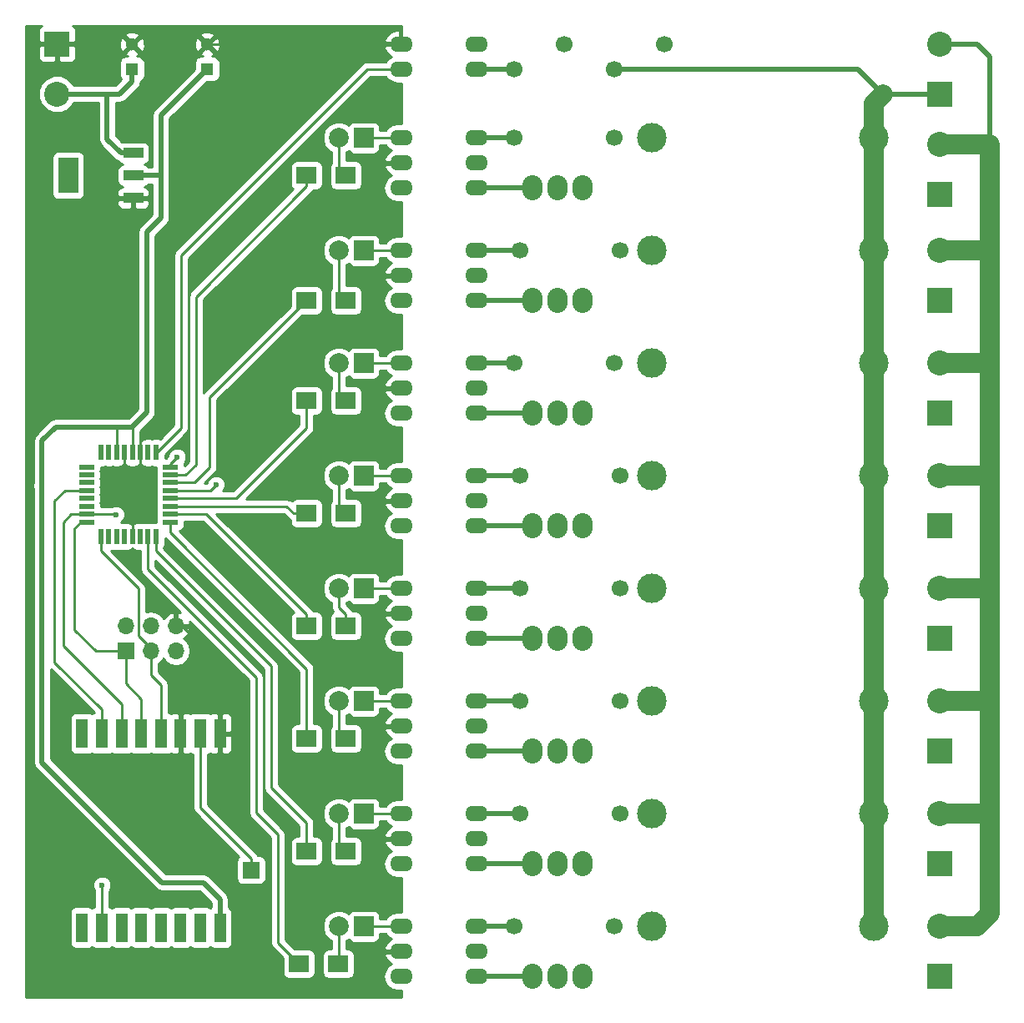
<source format=gtl>
G04 #@! TF.FileFunction,Copper,L1,Top,Signal*
%FSLAX46Y46*%
G04 Gerber Fmt 4.6, Leading zero omitted, Abs format (unit mm)*
G04 Created by KiCad (PCBNEW 4.0.5-e0-6337~49~ubuntu16.04.1) date Tue Jan 17 09:06:28 2017*
%MOMM*%
%LPD*%
G01*
G04 APERTURE LIST*
%ADD10C,0.100000*%
%ADD11R,2.540000X2.540000*%
%ADD12C,2.540000*%
%ADD13O,2.300000X1.600000*%
%ADD14O,2.032000X2.540000*%
%ADD15C,1.300000*%
%ADD16R,1.300000X1.300000*%
%ADD17R,2.032000X3.657600*%
%ADD18R,2.032000X1.016000*%
%ADD19C,3.000000*%
%ADD20R,2.000000X2.000000*%
%ADD21C,2.000000*%
%ADD22R,0.550000X1.600000*%
%ADD23R,1.600000X0.550000*%
%ADD24R,1.700000X1.700000*%
%ADD25R,2.000000X1.700000*%
%ADD26R,1.200000X3.000000*%
%ADD27C,1.699260*%
%ADD28O,1.700000X1.700000*%
%ADD29C,0.600000*%
%ADD30C,0.250000*%
%ADD31C,0.500000*%
%ADD32C,2.000000*%
%ADD33C,0.254000*%
G04 APERTURE END LIST*
D10*
D11*
X138430000Y-47625000D03*
D12*
X138430000Y-42545000D03*
D11*
X138430000Y-57785000D03*
D12*
X138430000Y-52705000D03*
D11*
X138430000Y-68580000D03*
D12*
X138430000Y-63500000D03*
D11*
X138430000Y-80010000D03*
D12*
X138430000Y-74930000D03*
D11*
X138430000Y-91440000D03*
D12*
X138430000Y-86360000D03*
D11*
X138430000Y-102870000D03*
D12*
X138430000Y-97790000D03*
D11*
X138430000Y-114300000D03*
D12*
X138430000Y-109220000D03*
D11*
X138430000Y-125730000D03*
D12*
X138430000Y-120650000D03*
D11*
X138430000Y-137160000D03*
D12*
X138430000Y-132080000D03*
D13*
X91440000Y-45085000D03*
X91440000Y-42545000D03*
X83820000Y-42545000D03*
X83820000Y-45085000D03*
X83820000Y-52070000D03*
X83820000Y-54610000D03*
X83820000Y-57150000D03*
X91440000Y-57150000D03*
X91440000Y-54610000D03*
X91440000Y-52070000D03*
X83820000Y-63500000D03*
X83820000Y-66040000D03*
X83820000Y-68580000D03*
X91440000Y-68580000D03*
X91440000Y-66040000D03*
X91440000Y-63500000D03*
X83820000Y-74930000D03*
X83820000Y-77470000D03*
X83820000Y-80010000D03*
X91440000Y-80010000D03*
X91440000Y-77470000D03*
X91440000Y-74930000D03*
X83820000Y-86360000D03*
X83820000Y-88900000D03*
X83820000Y-91440000D03*
X91440000Y-91440000D03*
X91440000Y-88900000D03*
X91440000Y-86360000D03*
X83820000Y-97790000D03*
X83820000Y-100330000D03*
X83820000Y-102870000D03*
X91440000Y-102870000D03*
X91440000Y-100330000D03*
X91440000Y-97790000D03*
X83820000Y-109220000D03*
X83820000Y-111760000D03*
X83820000Y-114300000D03*
X91440000Y-114300000D03*
X91440000Y-111760000D03*
X91440000Y-109220000D03*
X83820000Y-120650000D03*
X83820000Y-123190000D03*
X83820000Y-125730000D03*
X91440000Y-125730000D03*
X91440000Y-123190000D03*
X91440000Y-120650000D03*
X83820000Y-132080000D03*
X83820000Y-134620000D03*
X83820000Y-137160000D03*
X91440000Y-137160000D03*
X91440000Y-134620000D03*
X91440000Y-132080000D03*
D14*
X99695000Y-57150000D03*
X97155000Y-57150000D03*
X102235000Y-57150000D03*
X99695000Y-68580000D03*
X97155000Y-68580000D03*
X102235000Y-68580000D03*
X99695000Y-80010000D03*
X97155000Y-80010000D03*
X102235000Y-80010000D03*
X99695000Y-91440000D03*
X97155000Y-91440000D03*
X102235000Y-91440000D03*
X99695000Y-102870000D03*
X97155000Y-102870000D03*
X102235000Y-102870000D03*
X99695000Y-114300000D03*
X97155000Y-114300000D03*
X102235000Y-114300000D03*
X99695000Y-125730000D03*
X97155000Y-125730000D03*
X102235000Y-125730000D03*
X99695000Y-137160000D03*
X97155000Y-137160000D03*
X102235000Y-137160000D03*
D15*
X56515000Y-42585000D03*
D16*
X56515000Y-45085000D03*
D15*
X64135000Y-42585000D03*
D16*
X64135000Y-45085000D03*
D11*
X48895000Y-42545000D03*
D12*
X48895000Y-47625000D03*
D17*
X50038000Y-55880000D03*
D18*
X56642000Y-55880000D03*
X56642000Y-53594000D03*
X56642000Y-58166000D03*
D19*
X109220000Y-52070000D03*
X131720000Y-52070000D03*
X109220000Y-63500000D03*
X131720000Y-63500000D03*
X109220000Y-74930000D03*
X131720000Y-74930000D03*
X109220000Y-86360000D03*
X131720000Y-86360000D03*
X109220000Y-97790000D03*
X131720000Y-97790000D03*
X109220000Y-109220000D03*
X131720000Y-109220000D03*
X109220000Y-120650000D03*
X131720000Y-120650000D03*
X109220000Y-132080000D03*
X131720000Y-132080000D03*
D20*
X80010000Y-52070000D03*
D21*
X77470000Y-52070000D03*
D20*
X80010000Y-63500000D03*
D21*
X77470000Y-63500000D03*
D20*
X80010000Y-74930000D03*
D21*
X77470000Y-74930000D03*
D20*
X80010000Y-86360000D03*
D21*
X77470000Y-86360000D03*
D20*
X80010000Y-97790000D03*
D21*
X77470000Y-97790000D03*
D20*
X80010000Y-109220000D03*
D21*
X77470000Y-109220000D03*
D20*
X80010000Y-120650000D03*
D21*
X77470000Y-120650000D03*
D20*
X80010000Y-132080000D03*
D21*
X77470000Y-132080000D03*
D22*
X58934000Y-84015000D03*
X58134000Y-84015000D03*
X57334000Y-84015000D03*
X56534000Y-84015000D03*
X55734000Y-84015000D03*
X54934000Y-84015000D03*
X54134000Y-84015000D03*
X53334000Y-84015000D03*
D23*
X51884000Y-85465000D03*
X51884000Y-86265000D03*
X51884000Y-87065000D03*
X51884000Y-87865000D03*
X51884000Y-88665000D03*
X51884000Y-89465000D03*
X51884000Y-90265000D03*
X51884000Y-91065000D03*
D22*
X53334000Y-92515000D03*
X54134000Y-92515000D03*
X54934000Y-92515000D03*
X55734000Y-92515000D03*
X56534000Y-92515000D03*
X57334000Y-92515000D03*
X58134000Y-92515000D03*
X58934000Y-92515000D03*
D23*
X60384000Y-91065000D03*
X60384000Y-90265000D03*
X60384000Y-89465000D03*
X60384000Y-88665000D03*
X60384000Y-87865000D03*
X60384000Y-87065000D03*
X60384000Y-86265000D03*
X60384000Y-85465000D03*
D24*
X68580000Y-126365000D03*
D25*
X74200000Y-55880000D03*
X78200000Y-55880000D03*
X74200000Y-68580000D03*
X78200000Y-68580000D03*
X74200000Y-78740000D03*
X78200000Y-78740000D03*
X74200000Y-90170000D03*
X78200000Y-90170000D03*
X74200000Y-101600000D03*
X78200000Y-101600000D03*
X74200000Y-113030000D03*
X78200000Y-113030000D03*
X74200000Y-124460000D03*
X78200000Y-124460000D03*
X73438000Y-135890000D03*
X77438000Y-135890000D03*
D26*
X51435000Y-132210000D03*
X53435000Y-132210000D03*
X55435000Y-132210000D03*
X57435000Y-132210000D03*
X59435000Y-132210000D03*
X61435000Y-132210000D03*
X63435000Y-132210000D03*
X65435000Y-132210000D03*
X65435000Y-112510000D03*
X63435000Y-112510000D03*
X61435000Y-112510000D03*
X59435000Y-112510000D03*
X57435000Y-112510000D03*
X55435000Y-112510000D03*
X53435000Y-112510000D03*
X51435000Y-112510000D03*
D27*
X95249480Y-45087540D03*
X105409480Y-45087540D03*
X105410520Y-52067460D03*
X95250520Y-52067460D03*
X106045520Y-63497460D03*
X95885520Y-63497460D03*
X105410520Y-74927460D03*
X95250520Y-74927460D03*
X106045520Y-86357460D03*
X95885520Y-86357460D03*
X106045520Y-97787460D03*
X95885520Y-97787460D03*
X106045520Y-109217460D03*
X95885520Y-109217460D03*
X106045520Y-120647460D03*
X95885520Y-120647460D03*
X105410520Y-132077460D03*
X95250520Y-132077460D03*
X100329480Y-42547540D03*
X110489480Y-42547540D03*
D24*
X55880000Y-104140000D03*
D28*
X55880000Y-101600000D03*
X58420000Y-104140000D03*
X58420000Y-101600000D03*
X60960000Y-104140000D03*
X60960000Y-101600000D03*
D29*
X47371000Y-87376000D03*
X54864000Y-90297000D03*
X61087000Y-84455000D03*
X53467000Y-127889000D03*
X65024000Y-87249000D03*
D30*
X56534000Y-92515000D02*
X56534000Y-85725000D01*
X56534000Y-85725000D02*
X56515000Y-85725000D01*
X57334000Y-85344000D02*
X57334000Y-85414000D01*
X57334000Y-85414000D02*
X57023000Y-85725000D01*
X55734000Y-85344000D02*
X55753000Y-85344000D01*
X56134000Y-85725000D02*
X56515000Y-85725000D01*
X56515000Y-85725000D02*
X57023000Y-85725000D01*
X55734000Y-84015000D02*
X55734000Y-85344000D01*
X55753000Y-85344000D02*
X56134000Y-85725000D01*
X62738000Y-107569000D02*
X62992000Y-107569000D01*
X65435000Y-110012000D02*
X65435000Y-112510000D01*
X62992000Y-107569000D02*
X65435000Y-110012000D01*
X60960000Y-101600000D02*
X61595000Y-101600000D01*
X61595000Y-101600000D02*
X62738000Y-102743000D01*
X62738000Y-102743000D02*
X62738000Y-107569000D01*
X62738000Y-107569000D02*
X61435000Y-108872000D01*
X61435000Y-108872000D02*
X61435000Y-112510000D01*
X57334000Y-84015000D02*
X57334000Y-82366000D01*
X66715000Y-42585000D02*
X64135000Y-42585000D01*
X68707000Y-44577000D02*
X66715000Y-42585000D01*
X68707000Y-53594000D02*
X68707000Y-44577000D01*
X59436000Y-62865000D02*
X68707000Y-53594000D01*
X59436000Y-80264000D02*
X59436000Y-62865000D01*
X57334000Y-82366000D02*
X59436000Y-80264000D01*
X57334000Y-85344000D02*
X57334000Y-84015000D01*
D31*
X53975000Y-47625000D02*
X53975000Y-52197000D01*
X55372000Y-53594000D02*
X56642000Y-53594000D01*
X53975000Y-52197000D02*
X55372000Y-53594000D01*
X56515000Y-45085000D02*
X56515000Y-46355000D01*
X55245000Y-47625000D02*
X53975000Y-47625000D01*
X53975000Y-47625000D02*
X48895000Y-47625000D01*
X56515000Y-46355000D02*
X55245000Y-47625000D01*
D30*
X56515000Y-45085000D02*
X56515000Y-46060300D01*
X55300700Y-47625000D02*
X48895000Y-47625000D01*
X55300700Y-47274600D02*
X56515000Y-46060300D01*
X55300700Y-47625000D02*
X55300700Y-47274600D01*
X77470000Y-52070000D02*
X77470000Y-55150000D01*
X77470000Y-55150000D02*
X78200000Y-55880000D01*
X80010000Y-52070000D02*
X83820000Y-52070000D01*
X77470000Y-63500000D02*
X77470000Y-67850000D01*
X77470000Y-67850000D02*
X78200000Y-68580000D01*
X80010000Y-63500000D02*
X83820000Y-63500000D01*
X77470000Y-74930000D02*
X77470000Y-78010000D01*
X77470000Y-78010000D02*
X78200000Y-78740000D01*
X80010000Y-74930000D02*
X83820000Y-74930000D01*
X77470000Y-86360000D02*
X77470000Y-89440000D01*
X77470000Y-89440000D02*
X78200000Y-90170000D01*
X80010000Y-86360000D02*
X83820000Y-86360000D01*
X77470000Y-99694700D02*
X77470000Y-97790000D01*
X78200000Y-100424700D02*
X77470000Y-99694700D01*
X78200000Y-101600000D02*
X78200000Y-100424700D01*
X80010000Y-97790000D02*
X83820000Y-97790000D01*
X77470000Y-109220000D02*
X77470000Y-112300000D01*
X77470000Y-112300000D02*
X78200000Y-113030000D01*
X80010000Y-109220000D02*
X83820000Y-109220000D01*
X77470000Y-120650000D02*
X77470000Y-123730000D01*
X77470000Y-123730000D02*
X78200000Y-124460000D01*
X80010000Y-120650000D02*
X83820000Y-120650000D01*
X77470000Y-132080000D02*
X77470000Y-135858000D01*
X77470000Y-135858000D02*
X77438000Y-135890000D01*
X77470000Y-132714700D02*
X77470000Y-132080000D01*
X80010000Y-132080000D02*
X83820000Y-132080000D01*
D31*
X138430000Y-47625000D02*
X132715000Y-47625000D01*
D32*
X132715000Y-47625000D02*
X131720000Y-48620000D01*
X131720000Y-120650000D02*
X131720000Y-132080000D01*
X131720000Y-109220000D02*
X131720000Y-120650000D01*
X131720000Y-97790000D02*
X131720000Y-109220000D01*
X131720000Y-86360000D02*
X131720000Y-97790000D01*
D31*
X105409000Y-45087500D02*
X105409500Y-45087500D01*
X130178000Y-45087500D02*
X132715000Y-47625000D01*
X105409500Y-45087500D02*
X130178000Y-45087500D01*
D32*
X131720000Y-63500000D02*
X131720000Y-74930000D01*
X131720000Y-74930000D02*
X131720000Y-86360000D01*
X131720000Y-52070000D02*
X131720000Y-48620000D01*
X131720000Y-48620000D02*
X132715000Y-47625000D01*
X131720000Y-48620000D02*
X131720000Y-52070000D01*
X131720000Y-52070000D02*
X131720000Y-63500000D01*
D31*
X143510000Y-43815000D02*
X143510000Y-52705000D01*
X142240000Y-42545000D02*
X143510000Y-43815000D01*
X138430000Y-42545000D02*
X142240000Y-42545000D01*
X138427000Y-42547500D02*
X138430000Y-42545000D01*
D32*
X138430000Y-63500000D02*
X143510000Y-63500000D01*
X138430000Y-74930000D02*
X143510000Y-74930000D01*
X138430000Y-86360000D02*
X143510000Y-86360000D01*
X138430000Y-97790000D02*
X143510000Y-97790000D01*
X138430000Y-109220000D02*
X143510000Y-109220000D01*
X138430000Y-120650000D02*
X143510000Y-120650000D01*
X142240000Y-132080000D02*
X138430000Y-132080000D01*
X143510000Y-130810000D02*
X142240000Y-132080000D01*
X143510000Y-120650000D02*
X143510000Y-130810000D01*
X143510000Y-109220000D02*
X143510000Y-120650000D01*
X143510000Y-97790000D02*
X143510000Y-109220000D01*
X143510000Y-86360000D02*
X143510000Y-97790000D01*
X138430000Y-52705000D02*
X143510000Y-52705000D01*
X143510000Y-52705000D02*
X143510000Y-63500000D01*
X143510000Y-63500000D02*
X143510000Y-74930000D01*
X143510000Y-74930000D02*
X143510000Y-86360000D01*
D30*
X95247000Y-45085000D02*
X95249500Y-45087500D01*
D31*
X91440000Y-45085000D02*
X95247000Y-45085000D01*
X95247000Y-45085000D02*
X95250000Y-45085000D01*
D30*
X95248000Y-52070000D02*
X95250500Y-52067500D01*
D31*
X95250000Y-52070000D02*
X95248000Y-52070000D01*
X95248000Y-52070000D02*
X91440000Y-52070000D01*
D30*
X95883000Y-63500000D02*
X95885500Y-63497500D01*
D31*
X91440000Y-63500000D02*
X95883000Y-63500000D01*
X95883000Y-63500000D02*
X95885000Y-63500000D01*
D30*
X95248000Y-74930000D02*
X95250500Y-74927500D01*
D31*
X91440000Y-74930000D02*
X95248000Y-74930000D01*
X95248000Y-74930000D02*
X95250000Y-74930000D01*
D30*
X95883000Y-86360000D02*
X95885500Y-86357500D01*
D31*
X91440000Y-86360000D02*
X95883000Y-86360000D01*
X95883000Y-86360000D02*
X95885000Y-86360000D01*
D30*
X95883000Y-97790000D02*
X95885500Y-97787500D01*
D31*
X91440000Y-97790000D02*
X95883000Y-97790000D01*
X95883000Y-97790000D02*
X95885000Y-97790000D01*
X91440000Y-109220000D02*
X95883000Y-109220000D01*
X95883000Y-109220000D02*
X95885000Y-109220000D01*
D30*
X95883000Y-109220000D02*
X95885500Y-109218000D01*
X95885500Y-109217500D02*
X95885500Y-109218000D01*
D31*
X91440000Y-120650000D02*
X95883000Y-120650000D01*
X95883000Y-120650000D02*
X95885000Y-120650000D01*
D30*
X95883000Y-120650000D02*
X95885500Y-120648000D01*
X95885500Y-120647500D02*
X95885500Y-120648000D01*
D31*
X91440000Y-132080000D02*
X95248000Y-132080000D01*
X95248000Y-132080000D02*
X95250000Y-132080000D01*
D30*
X95248000Y-132080000D02*
X95250500Y-132078000D01*
X95250500Y-132077500D02*
X95250500Y-132078000D01*
D31*
X91440000Y-57150000D02*
X97155000Y-57150000D01*
X91440000Y-68580000D02*
X97155000Y-68580000D01*
X91440000Y-80010000D02*
X97155000Y-80010000D01*
X91440000Y-91440000D02*
X97155000Y-91440000D01*
X91440000Y-102870000D02*
X97155000Y-102870000D01*
X91440000Y-114300000D02*
X97155000Y-114300000D01*
X91440000Y-125730000D02*
X97155000Y-125730000D01*
X91440000Y-137160000D02*
X97155000Y-137160000D01*
D30*
X71315600Y-130556000D02*
X71315600Y-133767600D01*
X71315600Y-133767600D02*
X73438000Y-135890000D01*
X58134000Y-92515000D02*
X58134000Y-95853000D01*
X69088000Y-120530200D02*
X71315600Y-122757800D01*
X69088000Y-106807000D02*
X69088000Y-120530200D01*
X58134000Y-95853000D02*
X69088000Y-106807000D01*
X71315600Y-130556000D02*
X71315600Y-122757800D01*
X58934000Y-92515000D02*
X58934000Y-93986000D01*
X74200000Y-121571000D02*
X74200000Y-124460000D01*
X70612000Y-117983000D02*
X74200000Y-121571000D01*
X70612000Y-105664000D02*
X70612000Y-117983000D01*
X58934000Y-93986000D02*
X70612000Y-105664000D01*
X60384000Y-91065000D02*
X60384000Y-92134000D01*
X74200000Y-105950000D02*
X74200000Y-113030000D01*
X60384000Y-92134000D02*
X74200000Y-105950000D01*
X64040300Y-90265000D02*
X60384000Y-90265000D01*
X74200000Y-100424700D02*
X64040300Y-90265000D01*
X74200000Y-101600000D02*
X74200000Y-100424700D01*
X72169700Y-89465000D02*
X60384000Y-89465000D01*
X72874700Y-90170000D02*
X72169700Y-89465000D01*
X74200000Y-90170000D02*
X72874700Y-90170000D01*
X60384000Y-88665000D02*
X67037000Y-88665000D01*
X74200000Y-81502000D02*
X74200000Y-78740000D01*
X67037000Y-88665000D02*
X74200000Y-81502000D01*
X60384000Y-86265000D02*
X61944000Y-86265000D01*
X74200000Y-56991000D02*
X74200000Y-55880000D01*
X62992000Y-68199000D02*
X74200000Y-56991000D01*
X62992000Y-85217000D02*
X62992000Y-68199000D01*
X61944000Y-86265000D02*
X62992000Y-85217000D01*
X74200000Y-68580000D02*
X74168000Y-68580000D01*
X74168000Y-68580000D02*
X64389000Y-78359000D01*
X62795000Y-87065000D02*
X60384000Y-87065000D01*
X64389000Y-85471000D02*
X62795000Y-87065000D01*
X64389000Y-78359000D02*
X64389000Y-85471000D01*
X53435000Y-112510000D02*
X53435000Y-110077000D01*
X48641000Y-105283000D02*
X48641000Y-99822000D01*
X53435000Y-110077000D02*
X48641000Y-105283000D01*
X51884000Y-87865000D02*
X49676000Y-87865000D01*
X49676000Y-87865000D02*
X48641000Y-88900000D01*
X48641000Y-88900000D02*
X48641000Y-99822000D01*
X58420000Y-104140000D02*
X58420000Y-103886000D01*
X58420000Y-103886000D02*
X57150000Y-102616000D01*
X57150000Y-97790000D02*
X53340000Y-93980000D01*
X57150000Y-102616000D02*
X57150000Y-97790000D01*
X53340000Y-93980000D02*
X53340000Y-92521000D01*
X53340000Y-92521000D02*
X53334000Y-92515000D01*
X58420000Y-104140000D02*
X58420000Y-106553000D01*
X59435000Y-107568000D02*
X59435000Y-112510000D01*
X58420000Y-106553000D02*
X59435000Y-107568000D01*
X58934000Y-84015000D02*
X58987000Y-84015000D01*
X58987000Y-84015000D02*
X61468000Y-81534000D01*
X80391000Y-45085000D02*
X83820000Y-45085000D01*
X61468000Y-64008000D02*
X80391000Y-45085000D01*
X61468000Y-81534000D02*
X61468000Y-64008000D01*
D31*
X48768000Y-81407000D02*
X56515000Y-81407000D01*
X56515000Y-81407000D02*
X56534000Y-81388000D01*
D30*
X47371000Y-87376000D02*
X47371000Y-86868000D01*
D31*
X56534000Y-81407000D02*
X56534000Y-81388000D01*
D30*
X56534000Y-84015000D02*
X56534000Y-81407000D01*
D31*
X56534000Y-81388000D02*
X57983300Y-79938700D01*
D30*
X56534000Y-81388000D02*
X57983300Y-79938700D01*
X54934000Y-84015000D02*
X54934000Y-81407000D01*
X54934000Y-81407000D02*
X54864000Y-81477000D01*
X54864000Y-81477000D02*
X54864000Y-81534000D01*
X54864000Y-81534000D02*
X54864000Y-81407000D01*
D31*
X56642000Y-55880000D02*
X59436000Y-55880000D01*
X59436000Y-55880000D02*
X59309000Y-55880000D01*
X59309000Y-55880000D02*
X59436000Y-55880000D01*
X57983300Y-79938700D02*
X57983300Y-61650700D01*
X59436000Y-60198000D02*
X59436000Y-55880000D01*
X57983300Y-61650700D02*
X59436000Y-60198000D01*
X59436000Y-49784000D02*
X64135000Y-45085000D01*
X59436000Y-55880000D02*
X59436000Y-49784000D01*
X54864000Y-81407000D02*
X48768000Y-81407000D01*
X47371000Y-82804000D02*
X47371000Y-86868000D01*
X48768000Y-81407000D02*
X47371000Y-82804000D01*
X47371000Y-86868000D02*
X47371000Y-115443000D01*
X47371000Y-115443000D02*
X59563000Y-127635000D01*
X59563000Y-127635000D02*
X63750100Y-127635000D01*
X63750100Y-127635000D02*
X65435000Y-129319900D01*
X65435000Y-129319900D02*
X65435000Y-132210000D01*
D30*
X65435000Y-132210000D02*
X65435000Y-129319900D01*
X54832000Y-90265000D02*
X51884000Y-90265000D01*
X54864000Y-90297000D02*
X54832000Y-90265000D01*
X55435000Y-112510000D02*
X55435000Y-109537000D01*
X50324000Y-90265000D02*
X51884000Y-90265000D01*
X49530000Y-91059000D02*
X50324000Y-90265000D01*
X49530000Y-103632000D02*
X49530000Y-91059000D01*
X55435000Y-109537000D02*
X49530000Y-103632000D01*
X51884000Y-91065000D02*
X51302000Y-91065000D01*
X51302000Y-91065000D02*
X50673000Y-91694000D01*
X50673000Y-91694000D02*
X50673000Y-101981000D01*
X50673000Y-101981000D02*
X52832000Y-104140000D01*
X52832000Y-104140000D02*
X55880000Y-104140000D01*
X57435000Y-112510000D02*
X57435000Y-108997000D01*
X55880000Y-107442000D02*
X55880000Y-104140000D01*
X57435000Y-108997000D02*
X55880000Y-107442000D01*
X60384000Y-85465000D02*
X60384000Y-85158000D01*
X60384000Y-85158000D02*
X61087000Y-84455000D01*
X53435000Y-127921000D02*
X53435000Y-132210000D01*
X53467000Y-127889000D02*
X53435000Y-127921000D01*
X63435000Y-120044700D02*
X68580000Y-125189700D01*
X63435000Y-112510000D02*
X63435000Y-120044700D01*
X68580000Y-126365000D02*
X68580000Y-125189700D01*
D31*
X100327000Y-42545000D02*
X100329000Y-42547500D01*
D30*
X100330000Y-42547500D02*
X100329500Y-42547500D01*
X100329500Y-42547500D02*
X100329000Y-42547500D01*
X65024000Y-87249000D02*
X64408000Y-87865000D01*
X64408000Y-87865000D02*
X60384000Y-87865000D01*
D33*
G36*
X47265301Y-40736673D02*
X47086673Y-40915302D01*
X46990000Y-41148691D01*
X46990000Y-42259250D01*
X47148750Y-42418000D01*
X48768000Y-42418000D01*
X48768000Y-42398000D01*
X49022000Y-42398000D01*
X49022000Y-42418000D01*
X50641250Y-42418000D01*
X50655172Y-42404078D01*
X55217378Y-42404078D01*
X55246917Y-42914428D01*
X55385389Y-43248729D01*
X55615984Y-43304410D01*
X56335395Y-42585000D01*
X56694605Y-42585000D01*
X57414016Y-43304410D01*
X57644611Y-43248729D01*
X57812622Y-42765922D01*
X57791679Y-42404078D01*
X62837378Y-42404078D01*
X62866917Y-42914428D01*
X63005389Y-43248729D01*
X63235984Y-43304410D01*
X63955395Y-42585000D01*
X64314605Y-42585000D01*
X65034016Y-43304410D01*
X65264611Y-43248729D01*
X65432622Y-42765922D01*
X65403083Y-42255572D01*
X65378392Y-42195961D01*
X82078096Y-42195961D01*
X82200085Y-42418000D01*
X83693000Y-42418000D01*
X83693000Y-41110000D01*
X83343000Y-41110000D01*
X82803517Y-41267834D01*
X82365500Y-41620104D01*
X82095633Y-42113181D01*
X82078096Y-42195961D01*
X65378392Y-42195961D01*
X65264611Y-41921271D01*
X65034016Y-41865590D01*
X64314605Y-42585000D01*
X63955395Y-42585000D01*
X63235984Y-41865590D01*
X63005389Y-41921271D01*
X62837378Y-42404078D01*
X57791679Y-42404078D01*
X57783083Y-42255572D01*
X57644611Y-41921271D01*
X57414016Y-41865590D01*
X56694605Y-42585000D01*
X56335395Y-42585000D01*
X55615984Y-41865590D01*
X55385389Y-41921271D01*
X55217378Y-42404078D01*
X50655172Y-42404078D01*
X50800000Y-42259250D01*
X50800000Y-41685984D01*
X55795590Y-41685984D01*
X56515000Y-42405395D01*
X57234410Y-41685984D01*
X63415590Y-41685984D01*
X64135000Y-42405395D01*
X64854410Y-41685984D01*
X64798729Y-41455389D01*
X64315922Y-41287378D01*
X63805572Y-41316917D01*
X63471271Y-41455389D01*
X63415590Y-41685984D01*
X57234410Y-41685984D01*
X57178729Y-41455389D01*
X56695922Y-41287378D01*
X56185572Y-41316917D01*
X55851271Y-41455389D01*
X55795590Y-41685984D01*
X50800000Y-41685984D01*
X50800000Y-41148691D01*
X50703327Y-40915302D01*
X50524699Y-40736673D01*
X50460305Y-40710000D01*
X83873000Y-40710000D01*
X83873000Y-42692000D01*
X83693000Y-42692000D01*
X83693000Y-42672000D01*
X82200085Y-42672000D01*
X82078096Y-42894039D01*
X82095633Y-42976819D01*
X82365500Y-43469896D01*
X82798151Y-43817851D01*
X82420332Y-44070302D01*
X82250148Y-44325000D01*
X80391000Y-44325000D01*
X80100160Y-44382852D01*
X79853599Y-44547599D01*
X60930599Y-63470599D01*
X60765852Y-63717161D01*
X60708000Y-64008000D01*
X60708000Y-81219198D01*
X59334270Y-82592928D01*
X59209000Y-82567560D01*
X58659000Y-82567560D01*
X58529411Y-82591944D01*
X58409000Y-82567560D01*
X57859000Y-82567560D01*
X57753295Y-82587450D01*
X57735310Y-82580000D01*
X57619750Y-82580000D01*
X57523349Y-82676401D01*
X57407559Y-82750910D01*
X57334116Y-82858397D01*
X57294000Y-82796054D01*
X57294000Y-81879580D01*
X58609087Y-80564492D01*
X58609090Y-80564490D01*
X58800933Y-80277375D01*
X58819023Y-80186431D01*
X58868301Y-79938700D01*
X58868300Y-79938695D01*
X58868300Y-62017280D01*
X60061787Y-60823792D01*
X60061790Y-60823790D01*
X60253633Y-60536675D01*
X60264810Y-60480484D01*
X60321001Y-60198000D01*
X60321000Y-60197995D01*
X60321000Y-50150580D01*
X64089139Y-46382440D01*
X64785000Y-46382440D01*
X65020317Y-46338162D01*
X65236441Y-46199090D01*
X65381431Y-45986890D01*
X65432440Y-45735000D01*
X65432440Y-44435000D01*
X65388162Y-44199683D01*
X65249090Y-43983559D01*
X65036890Y-43838569D01*
X64785000Y-43787560D01*
X64622615Y-43787560D01*
X64798729Y-43714611D01*
X64854410Y-43484016D01*
X64135000Y-42764605D01*
X63415590Y-43484016D01*
X63471271Y-43714611D01*
X63680902Y-43787560D01*
X63485000Y-43787560D01*
X63249683Y-43831838D01*
X63033559Y-43970910D01*
X62888569Y-44183110D01*
X62837560Y-44435000D01*
X62837560Y-45130861D01*
X58810210Y-49158210D01*
X58618367Y-49445325D01*
X58618367Y-49445326D01*
X58550999Y-49784000D01*
X58551000Y-49784005D01*
X58551000Y-54995000D01*
X58169991Y-54995000D01*
X58122090Y-54920559D01*
X57909890Y-54775569D01*
X57721686Y-54737457D01*
X57893317Y-54705162D01*
X58109441Y-54566090D01*
X58254431Y-54353890D01*
X58305440Y-54102000D01*
X58305440Y-53086000D01*
X58261162Y-52850683D01*
X58122090Y-52634559D01*
X57909890Y-52489569D01*
X57658000Y-52438560D01*
X55626000Y-52438560D01*
X55493139Y-52463560D01*
X54860000Y-51830420D01*
X54860000Y-48510000D01*
X55244995Y-48510000D01*
X55245000Y-48510001D01*
X55527484Y-48453810D01*
X55583675Y-48442633D01*
X55870790Y-48250790D01*
X57140787Y-46980792D01*
X57140790Y-46980790D01*
X57332633Y-46693675D01*
X57356746Y-46572452D01*
X57400001Y-46355000D01*
X57400000Y-46354995D01*
X57400000Y-46338222D01*
X57400317Y-46338162D01*
X57616441Y-46199090D01*
X57761431Y-45986890D01*
X57812440Y-45735000D01*
X57812440Y-44435000D01*
X57768162Y-44199683D01*
X57629090Y-43983559D01*
X57416890Y-43838569D01*
X57165000Y-43787560D01*
X57002615Y-43787560D01*
X57178729Y-43714611D01*
X57234410Y-43484016D01*
X56515000Y-42764605D01*
X55795590Y-43484016D01*
X55851271Y-43714611D01*
X56060902Y-43787560D01*
X55865000Y-43787560D01*
X55629683Y-43831838D01*
X55413559Y-43970910D01*
X55268569Y-44183110D01*
X55217560Y-44435000D01*
X55217560Y-45735000D01*
X55261838Y-45970317D01*
X55366904Y-46133594D01*
X54763299Y-46737199D01*
X54761427Y-46740000D01*
X50590538Y-46740000D01*
X50510922Y-46547314D01*
X49975505Y-46010961D01*
X49275590Y-45720332D01*
X48517735Y-45719670D01*
X47817314Y-46009078D01*
X47280961Y-46544495D01*
X46990332Y-47244410D01*
X46989670Y-48002265D01*
X47279078Y-48702686D01*
X47814495Y-49239039D01*
X48514410Y-49529668D01*
X49272265Y-49530330D01*
X49972686Y-49240922D01*
X50509039Y-48705505D01*
X50590219Y-48510000D01*
X53090000Y-48510000D01*
X53090000Y-52196995D01*
X53089999Y-52197000D01*
X53146190Y-52479484D01*
X53157367Y-52535675D01*
X53315372Y-52772148D01*
X53349210Y-52822790D01*
X54746208Y-54219787D01*
X54746210Y-54219790D01*
X55033325Y-54411633D01*
X55076139Y-54420149D01*
X55161910Y-54553441D01*
X55374110Y-54698431D01*
X55562314Y-54736543D01*
X55390683Y-54768838D01*
X55174559Y-54907910D01*
X55029569Y-55120110D01*
X54978560Y-55372000D01*
X54978560Y-56388000D01*
X55022838Y-56623317D01*
X55161910Y-56839441D01*
X55374110Y-56984431D01*
X55564569Y-57023000D01*
X55499690Y-57023000D01*
X55266301Y-57119673D01*
X55087673Y-57298302D01*
X54991000Y-57531691D01*
X54991000Y-57880250D01*
X55149750Y-58039000D01*
X56515000Y-58039000D01*
X56515000Y-58019000D01*
X56769000Y-58019000D01*
X56769000Y-58039000D01*
X58134250Y-58039000D01*
X58293000Y-57880250D01*
X58293000Y-57531691D01*
X58196327Y-57298302D01*
X58017699Y-57119673D01*
X57784310Y-57023000D01*
X57724113Y-57023000D01*
X57893317Y-56991162D01*
X58109441Y-56852090D01*
X58168947Y-56765000D01*
X58551000Y-56765000D01*
X58551000Y-59831421D01*
X57357510Y-61024910D01*
X57165667Y-61312025D01*
X57165667Y-61312026D01*
X57098299Y-61650700D01*
X57098300Y-61650705D01*
X57098300Y-79572121D01*
X56148420Y-80522000D01*
X48768000Y-80522000D01*
X48429325Y-80589367D01*
X48142210Y-80781210D01*
X48142208Y-80781213D01*
X46745210Y-82178210D01*
X46553367Y-82465325D01*
X46553367Y-82465326D01*
X46485999Y-82804000D01*
X46486000Y-82804005D01*
X46486000Y-87069178D01*
X46436162Y-87189201D01*
X46435838Y-87561167D01*
X46486000Y-87682569D01*
X46486000Y-115442995D01*
X46485999Y-115443000D01*
X46542190Y-115725484D01*
X46553367Y-115781675D01*
X46745210Y-116068790D01*
X58937208Y-128260787D01*
X58937210Y-128260790D01*
X59224325Y-128452633D01*
X59253323Y-128458401D01*
X59563000Y-128520001D01*
X59563005Y-128520000D01*
X63383520Y-128520000D01*
X64550000Y-129686479D01*
X64550000Y-130138808D01*
X64433523Y-130213759D01*
X64286890Y-130113569D01*
X64035000Y-130062560D01*
X62835000Y-130062560D01*
X62599683Y-130106838D01*
X62433523Y-130213759D01*
X62286890Y-130113569D01*
X62035000Y-130062560D01*
X60835000Y-130062560D01*
X60599683Y-130106838D01*
X60433523Y-130213759D01*
X60286890Y-130113569D01*
X60035000Y-130062560D01*
X58835000Y-130062560D01*
X58599683Y-130106838D01*
X58433523Y-130213759D01*
X58286890Y-130113569D01*
X58035000Y-130062560D01*
X56835000Y-130062560D01*
X56599683Y-130106838D01*
X56433523Y-130213759D01*
X56286890Y-130113569D01*
X56035000Y-130062560D01*
X54835000Y-130062560D01*
X54599683Y-130106838D01*
X54433523Y-130213759D01*
X54286890Y-130113569D01*
X54195000Y-130094961D01*
X54195000Y-128483407D01*
X54259192Y-128419327D01*
X54401838Y-128075799D01*
X54402162Y-127703833D01*
X54260117Y-127360057D01*
X53997327Y-127096808D01*
X53653799Y-126954162D01*
X53281833Y-126953838D01*
X52938057Y-127095883D01*
X52674808Y-127358673D01*
X52532162Y-127702201D01*
X52531838Y-128074167D01*
X52673883Y-128417943D01*
X52675000Y-128419062D01*
X52675000Y-130092666D01*
X52599683Y-130106838D01*
X52433523Y-130213759D01*
X52286890Y-130113569D01*
X52035000Y-130062560D01*
X50835000Y-130062560D01*
X50599683Y-130106838D01*
X50383559Y-130245910D01*
X50238569Y-130458110D01*
X50187560Y-130710000D01*
X50187560Y-133710000D01*
X50231838Y-133945317D01*
X50370910Y-134161441D01*
X50583110Y-134306431D01*
X50835000Y-134357440D01*
X52035000Y-134357440D01*
X52270317Y-134313162D01*
X52436477Y-134206241D01*
X52583110Y-134306431D01*
X52835000Y-134357440D01*
X54035000Y-134357440D01*
X54270317Y-134313162D01*
X54436477Y-134206241D01*
X54583110Y-134306431D01*
X54835000Y-134357440D01*
X56035000Y-134357440D01*
X56270317Y-134313162D01*
X56436477Y-134206241D01*
X56583110Y-134306431D01*
X56835000Y-134357440D01*
X58035000Y-134357440D01*
X58270317Y-134313162D01*
X58436477Y-134206241D01*
X58583110Y-134306431D01*
X58835000Y-134357440D01*
X60035000Y-134357440D01*
X60270317Y-134313162D01*
X60436477Y-134206241D01*
X60583110Y-134306431D01*
X60835000Y-134357440D01*
X62035000Y-134357440D01*
X62270317Y-134313162D01*
X62436477Y-134206241D01*
X62583110Y-134306431D01*
X62835000Y-134357440D01*
X64035000Y-134357440D01*
X64270317Y-134313162D01*
X64436477Y-134206241D01*
X64583110Y-134306431D01*
X64835000Y-134357440D01*
X66035000Y-134357440D01*
X66270317Y-134313162D01*
X66486441Y-134174090D01*
X66631431Y-133961890D01*
X66682440Y-133710000D01*
X66682440Y-130710000D01*
X66638162Y-130474683D01*
X66499090Y-130258559D01*
X66320000Y-130136192D01*
X66320000Y-129319900D01*
X66252633Y-128981225D01*
X66060790Y-128694110D01*
X66060787Y-128694108D01*
X64375890Y-127009210D01*
X64216038Y-126902401D01*
X64088775Y-126817367D01*
X64032584Y-126806190D01*
X63750100Y-126749999D01*
X63750095Y-126750000D01*
X59929579Y-126750000D01*
X48256000Y-115076420D01*
X48256000Y-105972802D01*
X52675000Y-110391802D01*
X52675000Y-110392666D01*
X52599683Y-110406838D01*
X52433523Y-110513759D01*
X52286890Y-110413569D01*
X52035000Y-110362560D01*
X50835000Y-110362560D01*
X50599683Y-110406838D01*
X50383559Y-110545910D01*
X50238569Y-110758110D01*
X50187560Y-111010000D01*
X50187560Y-114010000D01*
X50231838Y-114245317D01*
X50370910Y-114461441D01*
X50583110Y-114606431D01*
X50835000Y-114657440D01*
X52035000Y-114657440D01*
X52270317Y-114613162D01*
X52436477Y-114506241D01*
X52583110Y-114606431D01*
X52835000Y-114657440D01*
X54035000Y-114657440D01*
X54270317Y-114613162D01*
X54436477Y-114506241D01*
X54583110Y-114606431D01*
X54835000Y-114657440D01*
X56035000Y-114657440D01*
X56270317Y-114613162D01*
X56436477Y-114506241D01*
X56583110Y-114606431D01*
X56835000Y-114657440D01*
X58035000Y-114657440D01*
X58270317Y-114613162D01*
X58436477Y-114506241D01*
X58583110Y-114606431D01*
X58835000Y-114657440D01*
X60035000Y-114657440D01*
X60270317Y-114613162D01*
X60434492Y-114507518D01*
X60475301Y-114548327D01*
X60708690Y-114645000D01*
X61149250Y-114645000D01*
X61308000Y-114486250D01*
X61308000Y-112637000D01*
X61288000Y-112637000D01*
X61288000Y-112383000D01*
X61308000Y-112383000D01*
X61308000Y-110533750D01*
X61562000Y-110533750D01*
X61562000Y-112383000D01*
X61582000Y-112383000D01*
X61582000Y-112637000D01*
X61562000Y-112637000D01*
X61562000Y-114486250D01*
X61720750Y-114645000D01*
X62161310Y-114645000D01*
X62394699Y-114548327D01*
X62436660Y-114506366D01*
X62583110Y-114606431D01*
X62675000Y-114625039D01*
X62675000Y-120044700D01*
X62732852Y-120335539D01*
X62897599Y-120582101D01*
X67332012Y-125016514D01*
X67278559Y-125050910D01*
X67133569Y-125263110D01*
X67082560Y-125515000D01*
X67082560Y-127215000D01*
X67126838Y-127450317D01*
X67265910Y-127666441D01*
X67478110Y-127811431D01*
X67730000Y-127862440D01*
X69430000Y-127862440D01*
X69665317Y-127818162D01*
X69881441Y-127679090D01*
X70026431Y-127466890D01*
X70077440Y-127215000D01*
X70077440Y-125515000D01*
X70033162Y-125279683D01*
X69894090Y-125063559D01*
X69681890Y-124918569D01*
X69430000Y-124867560D01*
X69261233Y-124867560D01*
X69117401Y-124652299D01*
X64195000Y-119729898D01*
X64195000Y-114627334D01*
X64270317Y-114613162D01*
X64434492Y-114507518D01*
X64475301Y-114548327D01*
X64708690Y-114645000D01*
X65149250Y-114645000D01*
X65308000Y-114486250D01*
X65308000Y-112637000D01*
X65562000Y-112637000D01*
X65562000Y-114486250D01*
X65720750Y-114645000D01*
X66161310Y-114645000D01*
X66394699Y-114548327D01*
X66573327Y-114369698D01*
X66670000Y-114136309D01*
X66670000Y-112795750D01*
X66511250Y-112637000D01*
X65562000Y-112637000D01*
X65308000Y-112637000D01*
X65288000Y-112637000D01*
X65288000Y-112383000D01*
X65308000Y-112383000D01*
X65308000Y-110533750D01*
X65562000Y-110533750D01*
X65562000Y-112383000D01*
X66511250Y-112383000D01*
X66670000Y-112224250D01*
X66670000Y-110883691D01*
X66573327Y-110650302D01*
X66394699Y-110471673D01*
X66161310Y-110375000D01*
X65720750Y-110375000D01*
X65562000Y-110533750D01*
X65308000Y-110533750D01*
X65149250Y-110375000D01*
X64708690Y-110375000D01*
X64475301Y-110471673D01*
X64433340Y-110513634D01*
X64286890Y-110413569D01*
X64035000Y-110362560D01*
X62835000Y-110362560D01*
X62599683Y-110406838D01*
X62435508Y-110512482D01*
X62394699Y-110471673D01*
X62161310Y-110375000D01*
X61720750Y-110375000D01*
X61562000Y-110533750D01*
X61308000Y-110533750D01*
X61149250Y-110375000D01*
X60708690Y-110375000D01*
X60475301Y-110471673D01*
X60433340Y-110513634D01*
X60286890Y-110413569D01*
X60195000Y-110394961D01*
X60195000Y-107568000D01*
X60137148Y-107277161D01*
X59972401Y-107030599D01*
X59180000Y-106238198D01*
X59180000Y-105412954D01*
X59470054Y-105219147D01*
X59690000Y-104889974D01*
X59909946Y-105219147D01*
X60391715Y-105541054D01*
X60960000Y-105654093D01*
X61528285Y-105541054D01*
X62010054Y-105219147D01*
X62331961Y-104737378D01*
X62445000Y-104169093D01*
X62445000Y-104110907D01*
X62331961Y-103542622D01*
X62010054Y-103060853D01*
X61726899Y-102871655D01*
X61726924Y-102871645D01*
X62155183Y-102481358D01*
X62401486Y-101956892D01*
X62280819Y-101727000D01*
X61087000Y-101727000D01*
X61087000Y-101747000D01*
X60833000Y-101747000D01*
X60833000Y-101727000D01*
X60813000Y-101727000D01*
X60813000Y-101473000D01*
X60833000Y-101473000D01*
X60833000Y-100279845D01*
X60603110Y-100158524D01*
X60193076Y-100328355D01*
X59764817Y-100718642D01*
X59697702Y-100861553D01*
X59470054Y-100520853D01*
X58988285Y-100198946D01*
X58420000Y-100085907D01*
X57910000Y-100187352D01*
X57910000Y-97790000D01*
X57852148Y-97499161D01*
X57687401Y-97252599D01*
X54397242Y-93962440D01*
X54409000Y-93962440D01*
X54538589Y-93938056D01*
X54659000Y-93962440D01*
X55209000Y-93962440D01*
X55338589Y-93938056D01*
X55459000Y-93962440D01*
X56009000Y-93962440D01*
X56114705Y-93942550D01*
X56132690Y-93950000D01*
X56248250Y-93950000D01*
X56344651Y-93853599D01*
X56460441Y-93779090D01*
X56533884Y-93671603D01*
X56594910Y-93766441D01*
X56725245Y-93855495D01*
X56819750Y-93950000D01*
X56935310Y-93950000D01*
X56955753Y-93941532D01*
X57059000Y-93962440D01*
X57374000Y-93962440D01*
X57374000Y-95853000D01*
X57431852Y-96143839D01*
X57596599Y-96390401D01*
X61398541Y-100192343D01*
X61316890Y-100158524D01*
X61087000Y-100279845D01*
X61087000Y-101473000D01*
X62280819Y-101473000D01*
X62401486Y-101243108D01*
X62359143Y-101152945D01*
X68328000Y-107121802D01*
X68328000Y-120530200D01*
X68385852Y-120821039D01*
X68550599Y-121067601D01*
X70555600Y-123072602D01*
X70555600Y-133767600D01*
X70613452Y-134058439D01*
X70778199Y-134305001D01*
X71790560Y-135317362D01*
X71790560Y-136740000D01*
X71834838Y-136975317D01*
X71973910Y-137191441D01*
X72186110Y-137336431D01*
X72438000Y-137387440D01*
X74438000Y-137387440D01*
X74673317Y-137343162D01*
X74889441Y-137204090D01*
X75034431Y-136991890D01*
X75085440Y-136740000D01*
X75085440Y-135040000D01*
X75041162Y-134804683D01*
X74902090Y-134588559D01*
X74689890Y-134443569D01*
X74438000Y-134392560D01*
X73015362Y-134392560D01*
X72075600Y-133452798D01*
X72075600Y-122757800D01*
X72017748Y-122466961D01*
X71853001Y-122220399D01*
X69848000Y-120215398D01*
X69848000Y-106807000D01*
X69790148Y-106516161D01*
X69790148Y-106516160D01*
X69625401Y-106269599D01*
X58894000Y-95538198D01*
X58894000Y-95020802D01*
X69852000Y-105978802D01*
X69852000Y-117983000D01*
X69909852Y-118273839D01*
X70074599Y-118520401D01*
X73440000Y-121885802D01*
X73440000Y-122962560D01*
X73200000Y-122962560D01*
X72964683Y-123006838D01*
X72748559Y-123145910D01*
X72603569Y-123358110D01*
X72552560Y-123610000D01*
X72552560Y-125310000D01*
X72596838Y-125545317D01*
X72735910Y-125761441D01*
X72948110Y-125906431D01*
X73200000Y-125957440D01*
X75200000Y-125957440D01*
X75435317Y-125913162D01*
X75651441Y-125774090D01*
X75796431Y-125561890D01*
X75847440Y-125310000D01*
X75847440Y-123610000D01*
X75803162Y-123374683D01*
X75664090Y-123158559D01*
X75451890Y-123013569D01*
X75200000Y-122962560D01*
X74960000Y-122962560D01*
X74960000Y-121571000D01*
X74902148Y-121280161D01*
X74902148Y-121280160D01*
X74737401Y-121033599D01*
X71372000Y-117668198D01*
X71372000Y-105664000D01*
X71314148Y-105373161D01*
X71149401Y-105126599D01*
X59717859Y-93695057D01*
X59805431Y-93566890D01*
X59856440Y-93315000D01*
X59856440Y-92681242D01*
X73440000Y-106264802D01*
X73440000Y-111532560D01*
X73200000Y-111532560D01*
X72964683Y-111576838D01*
X72748559Y-111715910D01*
X72603569Y-111928110D01*
X72552560Y-112180000D01*
X72552560Y-113880000D01*
X72596838Y-114115317D01*
X72735910Y-114331441D01*
X72948110Y-114476431D01*
X73200000Y-114527440D01*
X75200000Y-114527440D01*
X75435317Y-114483162D01*
X75651441Y-114344090D01*
X75796431Y-114131890D01*
X75847440Y-113880000D01*
X75847440Y-112180000D01*
X75803162Y-111944683D01*
X75664090Y-111728559D01*
X75451890Y-111583569D01*
X75200000Y-111532560D01*
X74960000Y-111532560D01*
X74960000Y-105950000D01*
X74902148Y-105659161D01*
X74737401Y-105412599D01*
X61291933Y-91967131D01*
X61419317Y-91943162D01*
X61635441Y-91804090D01*
X61780431Y-91591890D01*
X61831440Y-91340000D01*
X61831440Y-91025000D01*
X63725498Y-91025000D01*
X72893282Y-100192784D01*
X72748559Y-100285910D01*
X72603569Y-100498110D01*
X72552560Y-100750000D01*
X72552560Y-102450000D01*
X72596838Y-102685317D01*
X72735910Y-102901441D01*
X72948110Y-103046431D01*
X73200000Y-103097440D01*
X75200000Y-103097440D01*
X75435317Y-103053162D01*
X75651441Y-102914090D01*
X75796431Y-102701890D01*
X75847440Y-102450000D01*
X75847440Y-100750000D01*
X75803162Y-100514683D01*
X75664090Y-100298559D01*
X75451890Y-100153569D01*
X75200000Y-100102560D01*
X74881233Y-100102560D01*
X74737401Y-99887299D01*
X65075102Y-90225000D01*
X71854898Y-90225000D01*
X72337299Y-90707401D01*
X72552560Y-90851233D01*
X72552560Y-91020000D01*
X72596838Y-91255317D01*
X72735910Y-91471441D01*
X72948110Y-91616431D01*
X73200000Y-91667440D01*
X75200000Y-91667440D01*
X75435317Y-91623162D01*
X75651441Y-91484090D01*
X75796431Y-91271890D01*
X75847440Y-91020000D01*
X75847440Y-89320000D01*
X75803162Y-89084683D01*
X75664090Y-88868559D01*
X75451890Y-88723569D01*
X75200000Y-88672560D01*
X73200000Y-88672560D01*
X72964683Y-88716838D01*
X72748559Y-88855910D01*
X72701935Y-88924147D01*
X72460539Y-88762852D01*
X72169700Y-88705000D01*
X68071802Y-88705000D01*
X74737401Y-82039401D01*
X74902148Y-81792839D01*
X74960000Y-81502000D01*
X74960000Y-80237440D01*
X75200000Y-80237440D01*
X75435317Y-80193162D01*
X75651441Y-80054090D01*
X75796431Y-79841890D01*
X75847440Y-79590000D01*
X75847440Y-77890000D01*
X75803162Y-77654683D01*
X75664090Y-77438559D01*
X75451890Y-77293569D01*
X75200000Y-77242560D01*
X73200000Y-77242560D01*
X72964683Y-77286838D01*
X72748559Y-77425910D01*
X72603569Y-77638110D01*
X72552560Y-77890000D01*
X72552560Y-79590000D01*
X72596838Y-79825317D01*
X72735910Y-80041441D01*
X72948110Y-80186431D01*
X73200000Y-80237440D01*
X73440000Y-80237440D01*
X73440000Y-81187198D01*
X66722198Y-87905000D01*
X65690299Y-87905000D01*
X65816192Y-87779327D01*
X65958838Y-87435799D01*
X65959162Y-87063833D01*
X65817117Y-86720057D01*
X65554327Y-86456808D01*
X65210799Y-86314162D01*
X64838833Y-86313838D01*
X64495057Y-86455883D01*
X64231808Y-86718673D01*
X64089162Y-87062201D01*
X64089125Y-87105000D01*
X63829802Y-87105000D01*
X64926401Y-86008401D01*
X65091148Y-85761840D01*
X65130729Y-85562852D01*
X65149000Y-85471000D01*
X65149000Y-78673802D01*
X73745362Y-70077440D01*
X75200000Y-70077440D01*
X75435317Y-70033162D01*
X75651441Y-69894090D01*
X75796431Y-69681890D01*
X75847440Y-69430000D01*
X75847440Y-67730000D01*
X75803162Y-67494683D01*
X75664090Y-67278559D01*
X75451890Y-67133569D01*
X75200000Y-67082560D01*
X73200000Y-67082560D01*
X72964683Y-67126838D01*
X72748559Y-67265910D01*
X72603569Y-67478110D01*
X72552560Y-67730000D01*
X72552560Y-69120638D01*
X63851599Y-77821599D01*
X63752000Y-77970660D01*
X63752000Y-68513802D01*
X74737401Y-57528401D01*
X74838270Y-57377440D01*
X75200000Y-57377440D01*
X75435317Y-57333162D01*
X75651441Y-57194090D01*
X75796431Y-56981890D01*
X75847440Y-56730000D01*
X75847440Y-55030000D01*
X75803162Y-54794683D01*
X75664090Y-54578559D01*
X75451890Y-54433569D01*
X75200000Y-54382560D01*
X73200000Y-54382560D01*
X72964683Y-54426838D01*
X72748559Y-54565910D01*
X72603569Y-54778110D01*
X72552560Y-55030000D01*
X72552560Y-56730000D01*
X72596838Y-56965317D01*
X72735910Y-57181441D01*
X72854041Y-57262157D01*
X62454599Y-67661599D01*
X62289852Y-67908161D01*
X62232000Y-68199000D01*
X62232000Y-84902198D01*
X61831440Y-85302758D01*
X61831440Y-85190000D01*
X61806569Y-85057823D01*
X61879192Y-84985327D01*
X62021838Y-84641799D01*
X62022162Y-84269833D01*
X61880117Y-83926057D01*
X61617327Y-83662808D01*
X61273799Y-83520162D01*
X60901833Y-83519838D01*
X60558057Y-83661883D01*
X60294808Y-83924673D01*
X60152162Y-84268201D01*
X60152121Y-84315077D01*
X59924638Y-84542560D01*
X59856440Y-84542560D01*
X59856440Y-84220362D01*
X62005401Y-82071401D01*
X62170148Y-81824839D01*
X62228000Y-81534000D01*
X62228000Y-64322802D01*
X80705802Y-45845000D01*
X82250148Y-45845000D01*
X82420332Y-46099698D01*
X82885879Y-46410767D01*
X83435030Y-46520000D01*
X83873000Y-46520000D01*
X83873000Y-50635000D01*
X83435030Y-50635000D01*
X82885879Y-50744233D01*
X82420332Y-51055302D01*
X82250148Y-51310000D01*
X81657440Y-51310000D01*
X81657440Y-51070000D01*
X81613162Y-50834683D01*
X81474090Y-50618559D01*
X81261890Y-50473569D01*
X81010000Y-50422560D01*
X79010000Y-50422560D01*
X78774683Y-50466838D01*
X78558559Y-50605910D01*
X78461090Y-50748561D01*
X78397363Y-50684722D01*
X77796648Y-50435284D01*
X77146205Y-50434716D01*
X76545057Y-50683106D01*
X76084722Y-51142637D01*
X75835284Y-51743352D01*
X75834716Y-52393795D01*
X76083106Y-52994943D01*
X76542637Y-53455278D01*
X76710000Y-53524773D01*
X76710000Y-54622343D01*
X76603569Y-54778110D01*
X76552560Y-55030000D01*
X76552560Y-56730000D01*
X76596838Y-56965317D01*
X76735910Y-57181441D01*
X76948110Y-57326431D01*
X77200000Y-57377440D01*
X79200000Y-57377440D01*
X79435317Y-57333162D01*
X79651441Y-57194090D01*
X79796431Y-56981890D01*
X79847440Y-56730000D01*
X79847440Y-55030000D01*
X79803162Y-54794683D01*
X79664090Y-54578559D01*
X79451890Y-54433569D01*
X79200000Y-54382560D01*
X78230000Y-54382560D01*
X78230000Y-53525047D01*
X78394943Y-53456894D01*
X78461574Y-53390379D01*
X78545910Y-53521441D01*
X78758110Y-53666431D01*
X79010000Y-53717440D01*
X81010000Y-53717440D01*
X81245317Y-53673162D01*
X81461441Y-53534090D01*
X81606431Y-53321890D01*
X81657440Y-53070000D01*
X81657440Y-52830000D01*
X82250148Y-52830000D01*
X82420332Y-53084698D01*
X82798151Y-53337149D01*
X82365500Y-53685104D01*
X82095633Y-54178181D01*
X82078096Y-54260961D01*
X82200085Y-54483000D01*
X83693000Y-54483000D01*
X83693000Y-54463000D01*
X83873000Y-54463000D01*
X83873000Y-54757000D01*
X83693000Y-54757000D01*
X83693000Y-54737000D01*
X82200085Y-54737000D01*
X82078096Y-54959039D01*
X82095633Y-55041819D01*
X82365500Y-55534896D01*
X82798151Y-55882851D01*
X82420332Y-56135302D01*
X82109263Y-56600849D01*
X82000030Y-57150000D01*
X82109263Y-57699151D01*
X82420332Y-58164698D01*
X82885879Y-58475767D01*
X83435030Y-58585000D01*
X83873000Y-58585000D01*
X83873000Y-62065000D01*
X83435030Y-62065000D01*
X82885879Y-62174233D01*
X82420332Y-62485302D01*
X82250148Y-62740000D01*
X81657440Y-62740000D01*
X81657440Y-62500000D01*
X81613162Y-62264683D01*
X81474090Y-62048559D01*
X81261890Y-61903569D01*
X81010000Y-61852560D01*
X79010000Y-61852560D01*
X78774683Y-61896838D01*
X78558559Y-62035910D01*
X78461090Y-62178561D01*
X78397363Y-62114722D01*
X77796648Y-61865284D01*
X77146205Y-61864716D01*
X76545057Y-62113106D01*
X76084722Y-62572637D01*
X75835284Y-63173352D01*
X75834716Y-63823795D01*
X76083106Y-64424943D01*
X76542637Y-64885278D01*
X76710000Y-64954773D01*
X76710000Y-67322343D01*
X76603569Y-67478110D01*
X76552560Y-67730000D01*
X76552560Y-69430000D01*
X76596838Y-69665317D01*
X76735910Y-69881441D01*
X76948110Y-70026431D01*
X77200000Y-70077440D01*
X79200000Y-70077440D01*
X79435317Y-70033162D01*
X79651441Y-69894090D01*
X79796431Y-69681890D01*
X79847440Y-69430000D01*
X79847440Y-67730000D01*
X79803162Y-67494683D01*
X79664090Y-67278559D01*
X79451890Y-67133569D01*
X79200000Y-67082560D01*
X78230000Y-67082560D01*
X78230000Y-64955047D01*
X78394943Y-64886894D01*
X78461574Y-64820379D01*
X78545910Y-64951441D01*
X78758110Y-65096431D01*
X79010000Y-65147440D01*
X81010000Y-65147440D01*
X81245317Y-65103162D01*
X81461441Y-64964090D01*
X81606431Y-64751890D01*
X81657440Y-64500000D01*
X81657440Y-64260000D01*
X82250148Y-64260000D01*
X82420332Y-64514698D01*
X82798151Y-64767149D01*
X82365500Y-65115104D01*
X82095633Y-65608181D01*
X82078096Y-65690961D01*
X82200085Y-65913000D01*
X83693000Y-65913000D01*
X83693000Y-65893000D01*
X83873000Y-65893000D01*
X83873000Y-66187000D01*
X83693000Y-66187000D01*
X83693000Y-66167000D01*
X82200085Y-66167000D01*
X82078096Y-66389039D01*
X82095633Y-66471819D01*
X82365500Y-66964896D01*
X82798151Y-67312851D01*
X82420332Y-67565302D01*
X82109263Y-68030849D01*
X82000030Y-68580000D01*
X82109263Y-69129151D01*
X82420332Y-69594698D01*
X82885879Y-69905767D01*
X83435030Y-70015000D01*
X83873000Y-70015000D01*
X83873000Y-73495000D01*
X83435030Y-73495000D01*
X82885879Y-73604233D01*
X82420332Y-73915302D01*
X82250148Y-74170000D01*
X81657440Y-74170000D01*
X81657440Y-73930000D01*
X81613162Y-73694683D01*
X81474090Y-73478559D01*
X81261890Y-73333569D01*
X81010000Y-73282560D01*
X79010000Y-73282560D01*
X78774683Y-73326838D01*
X78558559Y-73465910D01*
X78461090Y-73608561D01*
X78397363Y-73544722D01*
X77796648Y-73295284D01*
X77146205Y-73294716D01*
X76545057Y-73543106D01*
X76084722Y-74002637D01*
X75835284Y-74603352D01*
X75834716Y-75253795D01*
X76083106Y-75854943D01*
X76542637Y-76315278D01*
X76710000Y-76384773D01*
X76710000Y-77482343D01*
X76603569Y-77638110D01*
X76552560Y-77890000D01*
X76552560Y-79590000D01*
X76596838Y-79825317D01*
X76735910Y-80041441D01*
X76948110Y-80186431D01*
X77200000Y-80237440D01*
X79200000Y-80237440D01*
X79435317Y-80193162D01*
X79651441Y-80054090D01*
X79796431Y-79841890D01*
X79847440Y-79590000D01*
X79847440Y-77890000D01*
X79803162Y-77654683D01*
X79664090Y-77438559D01*
X79451890Y-77293569D01*
X79200000Y-77242560D01*
X78230000Y-77242560D01*
X78230000Y-76385047D01*
X78394943Y-76316894D01*
X78461574Y-76250379D01*
X78545910Y-76381441D01*
X78758110Y-76526431D01*
X79010000Y-76577440D01*
X81010000Y-76577440D01*
X81245317Y-76533162D01*
X81461441Y-76394090D01*
X81606431Y-76181890D01*
X81657440Y-75930000D01*
X81657440Y-75690000D01*
X82250148Y-75690000D01*
X82420332Y-75944698D01*
X82798151Y-76197149D01*
X82365500Y-76545104D01*
X82095633Y-77038181D01*
X82078096Y-77120961D01*
X82200085Y-77343000D01*
X83693000Y-77343000D01*
X83693000Y-77323000D01*
X83873000Y-77323000D01*
X83873000Y-77617000D01*
X83693000Y-77617000D01*
X83693000Y-77597000D01*
X82200085Y-77597000D01*
X82078096Y-77819039D01*
X82095633Y-77901819D01*
X82365500Y-78394896D01*
X82798151Y-78742851D01*
X82420332Y-78995302D01*
X82109263Y-79460849D01*
X82000030Y-80010000D01*
X82109263Y-80559151D01*
X82420332Y-81024698D01*
X82885879Y-81335767D01*
X83435030Y-81445000D01*
X83873000Y-81445000D01*
X83873000Y-84925000D01*
X83435030Y-84925000D01*
X82885879Y-85034233D01*
X82420332Y-85345302D01*
X82250148Y-85600000D01*
X81657440Y-85600000D01*
X81657440Y-85360000D01*
X81613162Y-85124683D01*
X81474090Y-84908559D01*
X81261890Y-84763569D01*
X81010000Y-84712560D01*
X79010000Y-84712560D01*
X78774683Y-84756838D01*
X78558559Y-84895910D01*
X78461090Y-85038561D01*
X78397363Y-84974722D01*
X77796648Y-84725284D01*
X77146205Y-84724716D01*
X76545057Y-84973106D01*
X76084722Y-85432637D01*
X75835284Y-86033352D01*
X75834716Y-86683795D01*
X76083106Y-87284943D01*
X76542637Y-87745278D01*
X76710000Y-87814773D01*
X76710000Y-88912343D01*
X76603569Y-89068110D01*
X76552560Y-89320000D01*
X76552560Y-91020000D01*
X76596838Y-91255317D01*
X76735910Y-91471441D01*
X76948110Y-91616431D01*
X77200000Y-91667440D01*
X79200000Y-91667440D01*
X79435317Y-91623162D01*
X79651441Y-91484090D01*
X79796431Y-91271890D01*
X79847440Y-91020000D01*
X79847440Y-89320000D01*
X79803162Y-89084683D01*
X79664090Y-88868559D01*
X79451890Y-88723569D01*
X79200000Y-88672560D01*
X78230000Y-88672560D01*
X78230000Y-87815047D01*
X78394943Y-87746894D01*
X78461574Y-87680379D01*
X78545910Y-87811441D01*
X78758110Y-87956431D01*
X79010000Y-88007440D01*
X81010000Y-88007440D01*
X81245317Y-87963162D01*
X81461441Y-87824090D01*
X81606431Y-87611890D01*
X81657440Y-87360000D01*
X81657440Y-87120000D01*
X82250148Y-87120000D01*
X82420332Y-87374698D01*
X82798151Y-87627149D01*
X82365500Y-87975104D01*
X82095633Y-88468181D01*
X82078096Y-88550961D01*
X82200085Y-88773000D01*
X83693000Y-88773000D01*
X83693000Y-88753000D01*
X83873000Y-88753000D01*
X83873000Y-89047000D01*
X83693000Y-89047000D01*
X83693000Y-89027000D01*
X82200085Y-89027000D01*
X82078096Y-89249039D01*
X82095633Y-89331819D01*
X82365500Y-89824896D01*
X82798151Y-90172851D01*
X82420332Y-90425302D01*
X82109263Y-90890849D01*
X82000030Y-91440000D01*
X82109263Y-91989151D01*
X82420332Y-92454698D01*
X82885879Y-92765767D01*
X83435030Y-92875000D01*
X83873000Y-92875000D01*
X83873000Y-96355000D01*
X83435030Y-96355000D01*
X82885879Y-96464233D01*
X82420332Y-96775302D01*
X82250148Y-97030000D01*
X81657440Y-97030000D01*
X81657440Y-96790000D01*
X81613162Y-96554683D01*
X81474090Y-96338559D01*
X81261890Y-96193569D01*
X81010000Y-96142560D01*
X79010000Y-96142560D01*
X78774683Y-96186838D01*
X78558559Y-96325910D01*
X78461090Y-96468561D01*
X78397363Y-96404722D01*
X77796648Y-96155284D01*
X77146205Y-96154716D01*
X76545057Y-96403106D01*
X76084722Y-96862637D01*
X75835284Y-97463352D01*
X75834716Y-98113795D01*
X76083106Y-98714943D01*
X76542637Y-99175278D01*
X76710000Y-99244773D01*
X76710000Y-99694700D01*
X76767852Y-99985539D01*
X76902405Y-100186913D01*
X76748559Y-100285910D01*
X76603569Y-100498110D01*
X76552560Y-100750000D01*
X76552560Y-102450000D01*
X76596838Y-102685317D01*
X76735910Y-102901441D01*
X76948110Y-103046431D01*
X77200000Y-103097440D01*
X79200000Y-103097440D01*
X79435317Y-103053162D01*
X79651441Y-102914090D01*
X79796431Y-102701890D01*
X79847440Y-102450000D01*
X79847440Y-100750000D01*
X79803162Y-100514683D01*
X79664090Y-100298559D01*
X79451890Y-100153569D01*
X79200000Y-100102560D01*
X78881233Y-100102560D01*
X78737401Y-99887299D01*
X78230000Y-99379898D01*
X78230000Y-99245047D01*
X78394943Y-99176894D01*
X78461574Y-99110379D01*
X78545910Y-99241441D01*
X78758110Y-99386431D01*
X79010000Y-99437440D01*
X81010000Y-99437440D01*
X81245317Y-99393162D01*
X81461441Y-99254090D01*
X81606431Y-99041890D01*
X81657440Y-98790000D01*
X81657440Y-98550000D01*
X82250148Y-98550000D01*
X82420332Y-98804698D01*
X82798151Y-99057149D01*
X82365500Y-99405104D01*
X82095633Y-99898181D01*
X82078096Y-99980961D01*
X82200085Y-100203000D01*
X83693000Y-100203000D01*
X83693000Y-100183000D01*
X83873000Y-100183000D01*
X83873000Y-100477000D01*
X83693000Y-100477000D01*
X83693000Y-100457000D01*
X82200085Y-100457000D01*
X82078096Y-100679039D01*
X82095633Y-100761819D01*
X82365500Y-101254896D01*
X82798151Y-101602851D01*
X82420332Y-101855302D01*
X82109263Y-102320849D01*
X82000030Y-102870000D01*
X82109263Y-103419151D01*
X82420332Y-103884698D01*
X82885879Y-104195767D01*
X83435030Y-104305000D01*
X83873000Y-104305000D01*
X83873000Y-107785000D01*
X83435030Y-107785000D01*
X82885879Y-107894233D01*
X82420332Y-108205302D01*
X82250148Y-108460000D01*
X81657440Y-108460000D01*
X81657440Y-108220000D01*
X81613162Y-107984683D01*
X81474090Y-107768559D01*
X81261890Y-107623569D01*
X81010000Y-107572560D01*
X79010000Y-107572560D01*
X78774683Y-107616838D01*
X78558559Y-107755910D01*
X78461090Y-107898561D01*
X78397363Y-107834722D01*
X77796648Y-107585284D01*
X77146205Y-107584716D01*
X76545057Y-107833106D01*
X76084722Y-108292637D01*
X75835284Y-108893352D01*
X75834716Y-109543795D01*
X76083106Y-110144943D01*
X76542637Y-110605278D01*
X76710000Y-110674773D01*
X76710000Y-111772343D01*
X76603569Y-111928110D01*
X76552560Y-112180000D01*
X76552560Y-113880000D01*
X76596838Y-114115317D01*
X76735910Y-114331441D01*
X76948110Y-114476431D01*
X77200000Y-114527440D01*
X79200000Y-114527440D01*
X79435317Y-114483162D01*
X79651441Y-114344090D01*
X79796431Y-114131890D01*
X79847440Y-113880000D01*
X79847440Y-112180000D01*
X79803162Y-111944683D01*
X79664090Y-111728559D01*
X79451890Y-111583569D01*
X79200000Y-111532560D01*
X78230000Y-111532560D01*
X78230000Y-110675047D01*
X78394943Y-110606894D01*
X78461574Y-110540379D01*
X78545910Y-110671441D01*
X78758110Y-110816431D01*
X79010000Y-110867440D01*
X81010000Y-110867440D01*
X81245317Y-110823162D01*
X81461441Y-110684090D01*
X81606431Y-110471890D01*
X81657440Y-110220000D01*
X81657440Y-109980000D01*
X82250148Y-109980000D01*
X82420332Y-110234698D01*
X82798151Y-110487149D01*
X82365500Y-110835104D01*
X82095633Y-111328181D01*
X82078096Y-111410961D01*
X82200085Y-111633000D01*
X83693000Y-111633000D01*
X83693000Y-111613000D01*
X83873000Y-111613000D01*
X83873000Y-111907000D01*
X83693000Y-111907000D01*
X83693000Y-111887000D01*
X82200085Y-111887000D01*
X82078096Y-112109039D01*
X82095633Y-112191819D01*
X82365500Y-112684896D01*
X82798151Y-113032851D01*
X82420332Y-113285302D01*
X82109263Y-113750849D01*
X82000030Y-114300000D01*
X82109263Y-114849151D01*
X82420332Y-115314698D01*
X82885879Y-115625767D01*
X83435030Y-115735000D01*
X83873000Y-115735000D01*
X83873000Y-119215000D01*
X83435030Y-119215000D01*
X82885879Y-119324233D01*
X82420332Y-119635302D01*
X82250148Y-119890000D01*
X81657440Y-119890000D01*
X81657440Y-119650000D01*
X81613162Y-119414683D01*
X81474090Y-119198559D01*
X81261890Y-119053569D01*
X81010000Y-119002560D01*
X79010000Y-119002560D01*
X78774683Y-119046838D01*
X78558559Y-119185910D01*
X78461090Y-119328561D01*
X78397363Y-119264722D01*
X77796648Y-119015284D01*
X77146205Y-119014716D01*
X76545057Y-119263106D01*
X76084722Y-119722637D01*
X75835284Y-120323352D01*
X75834716Y-120973795D01*
X76083106Y-121574943D01*
X76542637Y-122035278D01*
X76710000Y-122104773D01*
X76710000Y-123202343D01*
X76603569Y-123358110D01*
X76552560Y-123610000D01*
X76552560Y-125310000D01*
X76596838Y-125545317D01*
X76735910Y-125761441D01*
X76948110Y-125906431D01*
X77200000Y-125957440D01*
X79200000Y-125957440D01*
X79435317Y-125913162D01*
X79651441Y-125774090D01*
X79796431Y-125561890D01*
X79847440Y-125310000D01*
X79847440Y-123610000D01*
X79803162Y-123374683D01*
X79664090Y-123158559D01*
X79451890Y-123013569D01*
X79200000Y-122962560D01*
X78230000Y-122962560D01*
X78230000Y-122105047D01*
X78394943Y-122036894D01*
X78461574Y-121970379D01*
X78545910Y-122101441D01*
X78758110Y-122246431D01*
X79010000Y-122297440D01*
X81010000Y-122297440D01*
X81245317Y-122253162D01*
X81461441Y-122114090D01*
X81606431Y-121901890D01*
X81657440Y-121650000D01*
X81657440Y-121410000D01*
X82250148Y-121410000D01*
X82420332Y-121664698D01*
X82798151Y-121917149D01*
X82365500Y-122265104D01*
X82095633Y-122758181D01*
X82078096Y-122840961D01*
X82200085Y-123063000D01*
X83693000Y-123063000D01*
X83693000Y-123043000D01*
X83873000Y-123043000D01*
X83873000Y-123337000D01*
X83693000Y-123337000D01*
X83693000Y-123317000D01*
X82200085Y-123317000D01*
X82078096Y-123539039D01*
X82095633Y-123621819D01*
X82365500Y-124114896D01*
X82798151Y-124462851D01*
X82420332Y-124715302D01*
X82109263Y-125180849D01*
X82000030Y-125730000D01*
X82109263Y-126279151D01*
X82420332Y-126744698D01*
X82885879Y-127055767D01*
X83435030Y-127165000D01*
X83873000Y-127165000D01*
X83873000Y-130645000D01*
X83435030Y-130645000D01*
X82885879Y-130754233D01*
X82420332Y-131065302D01*
X82250148Y-131320000D01*
X81657440Y-131320000D01*
X81657440Y-131080000D01*
X81613162Y-130844683D01*
X81474090Y-130628559D01*
X81261890Y-130483569D01*
X81010000Y-130432560D01*
X79010000Y-130432560D01*
X78774683Y-130476838D01*
X78558559Y-130615910D01*
X78461090Y-130758561D01*
X78397363Y-130694722D01*
X77796648Y-130445284D01*
X77146205Y-130444716D01*
X76545057Y-130693106D01*
X76084722Y-131152637D01*
X75835284Y-131753352D01*
X75834716Y-132403795D01*
X76083106Y-133004943D01*
X76542637Y-133465278D01*
X76710000Y-133534773D01*
X76710000Y-134392560D01*
X76438000Y-134392560D01*
X76202683Y-134436838D01*
X75986559Y-134575910D01*
X75841569Y-134788110D01*
X75790560Y-135040000D01*
X75790560Y-136740000D01*
X75834838Y-136975317D01*
X75973910Y-137191441D01*
X76186110Y-137336431D01*
X76438000Y-137387440D01*
X78438000Y-137387440D01*
X78673317Y-137343162D01*
X78889441Y-137204090D01*
X79034431Y-136991890D01*
X79085440Y-136740000D01*
X79085440Y-135040000D01*
X79041162Y-134804683D01*
X78902090Y-134588559D01*
X78689890Y-134443569D01*
X78438000Y-134392560D01*
X78230000Y-134392560D01*
X78230000Y-133535047D01*
X78394943Y-133466894D01*
X78461574Y-133400379D01*
X78545910Y-133531441D01*
X78758110Y-133676431D01*
X79010000Y-133727440D01*
X81010000Y-133727440D01*
X81245317Y-133683162D01*
X81461441Y-133544090D01*
X81606431Y-133331890D01*
X81657440Y-133080000D01*
X81657440Y-132840000D01*
X82250148Y-132840000D01*
X82420332Y-133094698D01*
X82798151Y-133347149D01*
X82365500Y-133695104D01*
X82095633Y-134188181D01*
X82078096Y-134270961D01*
X82200085Y-134493000D01*
X83693000Y-134493000D01*
X83693000Y-134473000D01*
X83873000Y-134473000D01*
X83873000Y-134767000D01*
X83693000Y-134767000D01*
X83693000Y-134747000D01*
X82200085Y-134747000D01*
X82078096Y-134969039D01*
X82095633Y-135051819D01*
X82365500Y-135544896D01*
X82798151Y-135892851D01*
X82420332Y-136145302D01*
X82109263Y-136610849D01*
X82000030Y-137160000D01*
X82109263Y-137709151D01*
X82420332Y-138174698D01*
X82885879Y-138485767D01*
X83435030Y-138595000D01*
X83873000Y-138595000D01*
X83873000Y-139290000D01*
X45710000Y-139290000D01*
X45710000Y-58451750D01*
X54991000Y-58451750D01*
X54991000Y-58800309D01*
X55087673Y-59033698D01*
X55266301Y-59212327D01*
X55499690Y-59309000D01*
X56356250Y-59309000D01*
X56515000Y-59150250D01*
X56515000Y-58293000D01*
X56769000Y-58293000D01*
X56769000Y-59150250D01*
X56927750Y-59309000D01*
X57784310Y-59309000D01*
X58017699Y-59212327D01*
X58196327Y-59033698D01*
X58293000Y-58800309D01*
X58293000Y-58451750D01*
X58134250Y-58293000D01*
X56769000Y-58293000D01*
X56515000Y-58293000D01*
X55149750Y-58293000D01*
X54991000Y-58451750D01*
X45710000Y-58451750D01*
X45710000Y-54051200D01*
X48374560Y-54051200D01*
X48374560Y-57708800D01*
X48418838Y-57944117D01*
X48557910Y-58160241D01*
X48770110Y-58305231D01*
X49022000Y-58356240D01*
X51054000Y-58356240D01*
X51289317Y-58311962D01*
X51505441Y-58172890D01*
X51650431Y-57960690D01*
X51701440Y-57708800D01*
X51701440Y-54051200D01*
X51657162Y-53815883D01*
X51518090Y-53599759D01*
X51305890Y-53454769D01*
X51054000Y-53403760D01*
X49022000Y-53403760D01*
X48786683Y-53448038D01*
X48570559Y-53587110D01*
X48425569Y-53799310D01*
X48374560Y-54051200D01*
X45710000Y-54051200D01*
X45710000Y-42830750D01*
X46990000Y-42830750D01*
X46990000Y-43941309D01*
X47086673Y-44174698D01*
X47265301Y-44353327D01*
X47498690Y-44450000D01*
X48609250Y-44450000D01*
X48768000Y-44291250D01*
X48768000Y-42672000D01*
X49022000Y-42672000D01*
X49022000Y-44291250D01*
X49180750Y-44450000D01*
X50291310Y-44450000D01*
X50524699Y-44353327D01*
X50703327Y-44174698D01*
X50800000Y-43941309D01*
X50800000Y-42830750D01*
X50641250Y-42672000D01*
X49022000Y-42672000D01*
X48768000Y-42672000D01*
X47148750Y-42672000D01*
X46990000Y-42830750D01*
X45710000Y-42830750D01*
X45710000Y-40710000D01*
X47329695Y-40710000D01*
X47265301Y-40736673D01*
X47265301Y-40736673D01*
G37*
X47265301Y-40736673D02*
X47086673Y-40915302D01*
X46990000Y-41148691D01*
X46990000Y-42259250D01*
X47148750Y-42418000D01*
X48768000Y-42418000D01*
X48768000Y-42398000D01*
X49022000Y-42398000D01*
X49022000Y-42418000D01*
X50641250Y-42418000D01*
X50655172Y-42404078D01*
X55217378Y-42404078D01*
X55246917Y-42914428D01*
X55385389Y-43248729D01*
X55615984Y-43304410D01*
X56335395Y-42585000D01*
X56694605Y-42585000D01*
X57414016Y-43304410D01*
X57644611Y-43248729D01*
X57812622Y-42765922D01*
X57791679Y-42404078D01*
X62837378Y-42404078D01*
X62866917Y-42914428D01*
X63005389Y-43248729D01*
X63235984Y-43304410D01*
X63955395Y-42585000D01*
X64314605Y-42585000D01*
X65034016Y-43304410D01*
X65264611Y-43248729D01*
X65432622Y-42765922D01*
X65403083Y-42255572D01*
X65378392Y-42195961D01*
X82078096Y-42195961D01*
X82200085Y-42418000D01*
X83693000Y-42418000D01*
X83693000Y-41110000D01*
X83343000Y-41110000D01*
X82803517Y-41267834D01*
X82365500Y-41620104D01*
X82095633Y-42113181D01*
X82078096Y-42195961D01*
X65378392Y-42195961D01*
X65264611Y-41921271D01*
X65034016Y-41865590D01*
X64314605Y-42585000D01*
X63955395Y-42585000D01*
X63235984Y-41865590D01*
X63005389Y-41921271D01*
X62837378Y-42404078D01*
X57791679Y-42404078D01*
X57783083Y-42255572D01*
X57644611Y-41921271D01*
X57414016Y-41865590D01*
X56694605Y-42585000D01*
X56335395Y-42585000D01*
X55615984Y-41865590D01*
X55385389Y-41921271D01*
X55217378Y-42404078D01*
X50655172Y-42404078D01*
X50800000Y-42259250D01*
X50800000Y-41685984D01*
X55795590Y-41685984D01*
X56515000Y-42405395D01*
X57234410Y-41685984D01*
X63415590Y-41685984D01*
X64135000Y-42405395D01*
X64854410Y-41685984D01*
X64798729Y-41455389D01*
X64315922Y-41287378D01*
X63805572Y-41316917D01*
X63471271Y-41455389D01*
X63415590Y-41685984D01*
X57234410Y-41685984D01*
X57178729Y-41455389D01*
X56695922Y-41287378D01*
X56185572Y-41316917D01*
X55851271Y-41455389D01*
X55795590Y-41685984D01*
X50800000Y-41685984D01*
X50800000Y-41148691D01*
X50703327Y-40915302D01*
X50524699Y-40736673D01*
X50460305Y-40710000D01*
X83873000Y-40710000D01*
X83873000Y-42692000D01*
X83693000Y-42692000D01*
X83693000Y-42672000D01*
X82200085Y-42672000D01*
X82078096Y-42894039D01*
X82095633Y-42976819D01*
X82365500Y-43469896D01*
X82798151Y-43817851D01*
X82420332Y-44070302D01*
X82250148Y-44325000D01*
X80391000Y-44325000D01*
X80100160Y-44382852D01*
X79853599Y-44547599D01*
X60930599Y-63470599D01*
X60765852Y-63717161D01*
X60708000Y-64008000D01*
X60708000Y-81219198D01*
X59334270Y-82592928D01*
X59209000Y-82567560D01*
X58659000Y-82567560D01*
X58529411Y-82591944D01*
X58409000Y-82567560D01*
X57859000Y-82567560D01*
X57753295Y-82587450D01*
X57735310Y-82580000D01*
X57619750Y-82580000D01*
X57523349Y-82676401D01*
X57407559Y-82750910D01*
X57334116Y-82858397D01*
X57294000Y-82796054D01*
X57294000Y-81879580D01*
X58609087Y-80564492D01*
X58609090Y-80564490D01*
X58800933Y-80277375D01*
X58819023Y-80186431D01*
X58868301Y-79938700D01*
X58868300Y-79938695D01*
X58868300Y-62017280D01*
X60061787Y-60823792D01*
X60061790Y-60823790D01*
X60253633Y-60536675D01*
X60264810Y-60480484D01*
X60321001Y-60198000D01*
X60321000Y-60197995D01*
X60321000Y-50150580D01*
X64089139Y-46382440D01*
X64785000Y-46382440D01*
X65020317Y-46338162D01*
X65236441Y-46199090D01*
X65381431Y-45986890D01*
X65432440Y-45735000D01*
X65432440Y-44435000D01*
X65388162Y-44199683D01*
X65249090Y-43983559D01*
X65036890Y-43838569D01*
X64785000Y-43787560D01*
X64622615Y-43787560D01*
X64798729Y-43714611D01*
X64854410Y-43484016D01*
X64135000Y-42764605D01*
X63415590Y-43484016D01*
X63471271Y-43714611D01*
X63680902Y-43787560D01*
X63485000Y-43787560D01*
X63249683Y-43831838D01*
X63033559Y-43970910D01*
X62888569Y-44183110D01*
X62837560Y-44435000D01*
X62837560Y-45130861D01*
X58810210Y-49158210D01*
X58618367Y-49445325D01*
X58618367Y-49445326D01*
X58550999Y-49784000D01*
X58551000Y-49784005D01*
X58551000Y-54995000D01*
X58169991Y-54995000D01*
X58122090Y-54920559D01*
X57909890Y-54775569D01*
X57721686Y-54737457D01*
X57893317Y-54705162D01*
X58109441Y-54566090D01*
X58254431Y-54353890D01*
X58305440Y-54102000D01*
X58305440Y-53086000D01*
X58261162Y-52850683D01*
X58122090Y-52634559D01*
X57909890Y-52489569D01*
X57658000Y-52438560D01*
X55626000Y-52438560D01*
X55493139Y-52463560D01*
X54860000Y-51830420D01*
X54860000Y-48510000D01*
X55244995Y-48510000D01*
X55245000Y-48510001D01*
X55527484Y-48453810D01*
X55583675Y-48442633D01*
X55870790Y-48250790D01*
X57140787Y-46980792D01*
X57140790Y-46980790D01*
X57332633Y-46693675D01*
X57356746Y-46572452D01*
X57400001Y-46355000D01*
X57400000Y-46354995D01*
X57400000Y-46338222D01*
X57400317Y-46338162D01*
X57616441Y-46199090D01*
X57761431Y-45986890D01*
X57812440Y-45735000D01*
X57812440Y-44435000D01*
X57768162Y-44199683D01*
X57629090Y-43983559D01*
X57416890Y-43838569D01*
X57165000Y-43787560D01*
X57002615Y-43787560D01*
X57178729Y-43714611D01*
X57234410Y-43484016D01*
X56515000Y-42764605D01*
X55795590Y-43484016D01*
X55851271Y-43714611D01*
X56060902Y-43787560D01*
X55865000Y-43787560D01*
X55629683Y-43831838D01*
X55413559Y-43970910D01*
X55268569Y-44183110D01*
X55217560Y-44435000D01*
X55217560Y-45735000D01*
X55261838Y-45970317D01*
X55366904Y-46133594D01*
X54763299Y-46737199D01*
X54761427Y-46740000D01*
X50590538Y-46740000D01*
X50510922Y-46547314D01*
X49975505Y-46010961D01*
X49275590Y-45720332D01*
X48517735Y-45719670D01*
X47817314Y-46009078D01*
X47280961Y-46544495D01*
X46990332Y-47244410D01*
X46989670Y-48002265D01*
X47279078Y-48702686D01*
X47814495Y-49239039D01*
X48514410Y-49529668D01*
X49272265Y-49530330D01*
X49972686Y-49240922D01*
X50509039Y-48705505D01*
X50590219Y-48510000D01*
X53090000Y-48510000D01*
X53090000Y-52196995D01*
X53089999Y-52197000D01*
X53146190Y-52479484D01*
X53157367Y-52535675D01*
X53315372Y-52772148D01*
X53349210Y-52822790D01*
X54746208Y-54219787D01*
X54746210Y-54219790D01*
X55033325Y-54411633D01*
X55076139Y-54420149D01*
X55161910Y-54553441D01*
X55374110Y-54698431D01*
X55562314Y-54736543D01*
X55390683Y-54768838D01*
X55174559Y-54907910D01*
X55029569Y-55120110D01*
X54978560Y-55372000D01*
X54978560Y-56388000D01*
X55022838Y-56623317D01*
X55161910Y-56839441D01*
X55374110Y-56984431D01*
X55564569Y-57023000D01*
X55499690Y-57023000D01*
X55266301Y-57119673D01*
X55087673Y-57298302D01*
X54991000Y-57531691D01*
X54991000Y-57880250D01*
X55149750Y-58039000D01*
X56515000Y-58039000D01*
X56515000Y-58019000D01*
X56769000Y-58019000D01*
X56769000Y-58039000D01*
X58134250Y-58039000D01*
X58293000Y-57880250D01*
X58293000Y-57531691D01*
X58196327Y-57298302D01*
X58017699Y-57119673D01*
X57784310Y-57023000D01*
X57724113Y-57023000D01*
X57893317Y-56991162D01*
X58109441Y-56852090D01*
X58168947Y-56765000D01*
X58551000Y-56765000D01*
X58551000Y-59831421D01*
X57357510Y-61024910D01*
X57165667Y-61312025D01*
X57165667Y-61312026D01*
X57098299Y-61650700D01*
X57098300Y-61650705D01*
X57098300Y-79572121D01*
X56148420Y-80522000D01*
X48768000Y-80522000D01*
X48429325Y-80589367D01*
X48142210Y-80781210D01*
X48142208Y-80781213D01*
X46745210Y-82178210D01*
X46553367Y-82465325D01*
X46553367Y-82465326D01*
X46485999Y-82804000D01*
X46486000Y-82804005D01*
X46486000Y-87069178D01*
X46436162Y-87189201D01*
X46435838Y-87561167D01*
X46486000Y-87682569D01*
X46486000Y-115442995D01*
X46485999Y-115443000D01*
X46542190Y-115725484D01*
X46553367Y-115781675D01*
X46745210Y-116068790D01*
X58937208Y-128260787D01*
X58937210Y-128260790D01*
X59224325Y-128452633D01*
X59253323Y-128458401D01*
X59563000Y-128520001D01*
X59563005Y-128520000D01*
X63383520Y-128520000D01*
X64550000Y-129686479D01*
X64550000Y-130138808D01*
X64433523Y-130213759D01*
X64286890Y-130113569D01*
X64035000Y-130062560D01*
X62835000Y-130062560D01*
X62599683Y-130106838D01*
X62433523Y-130213759D01*
X62286890Y-130113569D01*
X62035000Y-130062560D01*
X60835000Y-130062560D01*
X60599683Y-130106838D01*
X60433523Y-130213759D01*
X60286890Y-130113569D01*
X60035000Y-130062560D01*
X58835000Y-130062560D01*
X58599683Y-130106838D01*
X58433523Y-130213759D01*
X58286890Y-130113569D01*
X58035000Y-130062560D01*
X56835000Y-130062560D01*
X56599683Y-130106838D01*
X56433523Y-130213759D01*
X56286890Y-130113569D01*
X56035000Y-130062560D01*
X54835000Y-130062560D01*
X54599683Y-130106838D01*
X54433523Y-130213759D01*
X54286890Y-130113569D01*
X54195000Y-130094961D01*
X54195000Y-128483407D01*
X54259192Y-128419327D01*
X54401838Y-128075799D01*
X54402162Y-127703833D01*
X54260117Y-127360057D01*
X53997327Y-127096808D01*
X53653799Y-126954162D01*
X53281833Y-126953838D01*
X52938057Y-127095883D01*
X52674808Y-127358673D01*
X52532162Y-127702201D01*
X52531838Y-128074167D01*
X52673883Y-128417943D01*
X52675000Y-128419062D01*
X52675000Y-130092666D01*
X52599683Y-130106838D01*
X52433523Y-130213759D01*
X52286890Y-130113569D01*
X52035000Y-130062560D01*
X50835000Y-130062560D01*
X50599683Y-130106838D01*
X50383559Y-130245910D01*
X50238569Y-130458110D01*
X50187560Y-130710000D01*
X50187560Y-133710000D01*
X50231838Y-133945317D01*
X50370910Y-134161441D01*
X50583110Y-134306431D01*
X50835000Y-134357440D01*
X52035000Y-134357440D01*
X52270317Y-134313162D01*
X52436477Y-134206241D01*
X52583110Y-134306431D01*
X52835000Y-134357440D01*
X54035000Y-134357440D01*
X54270317Y-134313162D01*
X54436477Y-134206241D01*
X54583110Y-134306431D01*
X54835000Y-134357440D01*
X56035000Y-134357440D01*
X56270317Y-134313162D01*
X56436477Y-134206241D01*
X56583110Y-134306431D01*
X56835000Y-134357440D01*
X58035000Y-134357440D01*
X58270317Y-134313162D01*
X58436477Y-134206241D01*
X58583110Y-134306431D01*
X58835000Y-134357440D01*
X60035000Y-134357440D01*
X60270317Y-134313162D01*
X60436477Y-134206241D01*
X60583110Y-134306431D01*
X60835000Y-134357440D01*
X62035000Y-134357440D01*
X62270317Y-134313162D01*
X62436477Y-134206241D01*
X62583110Y-134306431D01*
X62835000Y-134357440D01*
X64035000Y-134357440D01*
X64270317Y-134313162D01*
X64436477Y-134206241D01*
X64583110Y-134306431D01*
X64835000Y-134357440D01*
X66035000Y-134357440D01*
X66270317Y-134313162D01*
X66486441Y-134174090D01*
X66631431Y-133961890D01*
X66682440Y-133710000D01*
X66682440Y-130710000D01*
X66638162Y-130474683D01*
X66499090Y-130258559D01*
X66320000Y-130136192D01*
X66320000Y-129319900D01*
X66252633Y-128981225D01*
X66060790Y-128694110D01*
X66060787Y-128694108D01*
X64375890Y-127009210D01*
X64216038Y-126902401D01*
X64088775Y-126817367D01*
X64032584Y-126806190D01*
X63750100Y-126749999D01*
X63750095Y-126750000D01*
X59929579Y-126750000D01*
X48256000Y-115076420D01*
X48256000Y-105972802D01*
X52675000Y-110391802D01*
X52675000Y-110392666D01*
X52599683Y-110406838D01*
X52433523Y-110513759D01*
X52286890Y-110413569D01*
X52035000Y-110362560D01*
X50835000Y-110362560D01*
X50599683Y-110406838D01*
X50383559Y-110545910D01*
X50238569Y-110758110D01*
X50187560Y-111010000D01*
X50187560Y-114010000D01*
X50231838Y-114245317D01*
X50370910Y-114461441D01*
X50583110Y-114606431D01*
X50835000Y-114657440D01*
X52035000Y-114657440D01*
X52270317Y-114613162D01*
X52436477Y-114506241D01*
X52583110Y-114606431D01*
X52835000Y-114657440D01*
X54035000Y-114657440D01*
X54270317Y-114613162D01*
X54436477Y-114506241D01*
X54583110Y-114606431D01*
X54835000Y-114657440D01*
X56035000Y-114657440D01*
X56270317Y-114613162D01*
X56436477Y-114506241D01*
X56583110Y-114606431D01*
X56835000Y-114657440D01*
X58035000Y-114657440D01*
X58270317Y-114613162D01*
X58436477Y-114506241D01*
X58583110Y-114606431D01*
X58835000Y-114657440D01*
X60035000Y-114657440D01*
X60270317Y-114613162D01*
X60434492Y-114507518D01*
X60475301Y-114548327D01*
X60708690Y-114645000D01*
X61149250Y-114645000D01*
X61308000Y-114486250D01*
X61308000Y-112637000D01*
X61288000Y-112637000D01*
X61288000Y-112383000D01*
X61308000Y-112383000D01*
X61308000Y-110533750D01*
X61562000Y-110533750D01*
X61562000Y-112383000D01*
X61582000Y-112383000D01*
X61582000Y-112637000D01*
X61562000Y-112637000D01*
X61562000Y-114486250D01*
X61720750Y-114645000D01*
X62161310Y-114645000D01*
X62394699Y-114548327D01*
X62436660Y-114506366D01*
X62583110Y-114606431D01*
X62675000Y-114625039D01*
X62675000Y-120044700D01*
X62732852Y-120335539D01*
X62897599Y-120582101D01*
X67332012Y-125016514D01*
X67278559Y-125050910D01*
X67133569Y-125263110D01*
X67082560Y-125515000D01*
X67082560Y-127215000D01*
X67126838Y-127450317D01*
X67265910Y-127666441D01*
X67478110Y-127811431D01*
X67730000Y-127862440D01*
X69430000Y-127862440D01*
X69665317Y-127818162D01*
X69881441Y-127679090D01*
X70026431Y-127466890D01*
X70077440Y-127215000D01*
X70077440Y-125515000D01*
X70033162Y-125279683D01*
X69894090Y-125063559D01*
X69681890Y-124918569D01*
X69430000Y-124867560D01*
X69261233Y-124867560D01*
X69117401Y-124652299D01*
X64195000Y-119729898D01*
X64195000Y-114627334D01*
X64270317Y-114613162D01*
X64434492Y-114507518D01*
X64475301Y-114548327D01*
X64708690Y-114645000D01*
X65149250Y-114645000D01*
X65308000Y-114486250D01*
X65308000Y-112637000D01*
X65562000Y-112637000D01*
X65562000Y-114486250D01*
X65720750Y-114645000D01*
X66161310Y-114645000D01*
X66394699Y-114548327D01*
X66573327Y-114369698D01*
X66670000Y-114136309D01*
X66670000Y-112795750D01*
X66511250Y-112637000D01*
X65562000Y-112637000D01*
X65308000Y-112637000D01*
X65288000Y-112637000D01*
X65288000Y-112383000D01*
X65308000Y-112383000D01*
X65308000Y-110533750D01*
X65562000Y-110533750D01*
X65562000Y-112383000D01*
X66511250Y-112383000D01*
X66670000Y-112224250D01*
X66670000Y-110883691D01*
X66573327Y-110650302D01*
X66394699Y-110471673D01*
X66161310Y-110375000D01*
X65720750Y-110375000D01*
X65562000Y-110533750D01*
X65308000Y-110533750D01*
X65149250Y-110375000D01*
X64708690Y-110375000D01*
X64475301Y-110471673D01*
X64433340Y-110513634D01*
X64286890Y-110413569D01*
X64035000Y-110362560D01*
X62835000Y-110362560D01*
X62599683Y-110406838D01*
X62435508Y-110512482D01*
X62394699Y-110471673D01*
X62161310Y-110375000D01*
X61720750Y-110375000D01*
X61562000Y-110533750D01*
X61308000Y-110533750D01*
X61149250Y-110375000D01*
X60708690Y-110375000D01*
X60475301Y-110471673D01*
X60433340Y-110513634D01*
X60286890Y-110413569D01*
X60195000Y-110394961D01*
X60195000Y-107568000D01*
X60137148Y-107277161D01*
X59972401Y-107030599D01*
X59180000Y-106238198D01*
X59180000Y-105412954D01*
X59470054Y-105219147D01*
X59690000Y-104889974D01*
X59909946Y-105219147D01*
X60391715Y-105541054D01*
X60960000Y-105654093D01*
X61528285Y-105541054D01*
X62010054Y-105219147D01*
X62331961Y-104737378D01*
X62445000Y-104169093D01*
X62445000Y-104110907D01*
X62331961Y-103542622D01*
X62010054Y-103060853D01*
X61726899Y-102871655D01*
X61726924Y-102871645D01*
X62155183Y-102481358D01*
X62401486Y-101956892D01*
X62280819Y-101727000D01*
X61087000Y-101727000D01*
X61087000Y-101747000D01*
X60833000Y-101747000D01*
X60833000Y-101727000D01*
X60813000Y-101727000D01*
X60813000Y-101473000D01*
X60833000Y-101473000D01*
X60833000Y-100279845D01*
X60603110Y-100158524D01*
X60193076Y-100328355D01*
X59764817Y-100718642D01*
X59697702Y-100861553D01*
X59470054Y-100520853D01*
X58988285Y-100198946D01*
X58420000Y-100085907D01*
X57910000Y-100187352D01*
X57910000Y-97790000D01*
X57852148Y-97499161D01*
X57687401Y-97252599D01*
X54397242Y-93962440D01*
X54409000Y-93962440D01*
X54538589Y-93938056D01*
X54659000Y-93962440D01*
X55209000Y-93962440D01*
X55338589Y-93938056D01*
X55459000Y-93962440D01*
X56009000Y-93962440D01*
X56114705Y-93942550D01*
X56132690Y-93950000D01*
X56248250Y-93950000D01*
X56344651Y-93853599D01*
X56460441Y-93779090D01*
X56533884Y-93671603D01*
X56594910Y-93766441D01*
X56725245Y-93855495D01*
X56819750Y-93950000D01*
X56935310Y-93950000D01*
X56955753Y-93941532D01*
X57059000Y-93962440D01*
X57374000Y-93962440D01*
X57374000Y-95853000D01*
X57431852Y-96143839D01*
X57596599Y-96390401D01*
X61398541Y-100192343D01*
X61316890Y-100158524D01*
X61087000Y-100279845D01*
X61087000Y-101473000D01*
X62280819Y-101473000D01*
X62401486Y-101243108D01*
X62359143Y-101152945D01*
X68328000Y-107121802D01*
X68328000Y-120530200D01*
X68385852Y-120821039D01*
X68550599Y-121067601D01*
X70555600Y-123072602D01*
X70555600Y-133767600D01*
X70613452Y-134058439D01*
X70778199Y-134305001D01*
X71790560Y-135317362D01*
X71790560Y-136740000D01*
X71834838Y-136975317D01*
X71973910Y-137191441D01*
X72186110Y-137336431D01*
X72438000Y-137387440D01*
X74438000Y-137387440D01*
X74673317Y-137343162D01*
X74889441Y-137204090D01*
X75034431Y-136991890D01*
X75085440Y-136740000D01*
X75085440Y-135040000D01*
X75041162Y-134804683D01*
X74902090Y-134588559D01*
X74689890Y-134443569D01*
X74438000Y-134392560D01*
X73015362Y-134392560D01*
X72075600Y-133452798D01*
X72075600Y-122757800D01*
X72017748Y-122466961D01*
X71853001Y-122220399D01*
X69848000Y-120215398D01*
X69848000Y-106807000D01*
X69790148Y-106516161D01*
X69790148Y-106516160D01*
X69625401Y-106269599D01*
X58894000Y-95538198D01*
X58894000Y-95020802D01*
X69852000Y-105978802D01*
X69852000Y-117983000D01*
X69909852Y-118273839D01*
X70074599Y-118520401D01*
X73440000Y-121885802D01*
X73440000Y-122962560D01*
X73200000Y-122962560D01*
X72964683Y-123006838D01*
X72748559Y-123145910D01*
X72603569Y-123358110D01*
X72552560Y-123610000D01*
X72552560Y-125310000D01*
X72596838Y-125545317D01*
X72735910Y-125761441D01*
X72948110Y-125906431D01*
X73200000Y-125957440D01*
X75200000Y-125957440D01*
X75435317Y-125913162D01*
X75651441Y-125774090D01*
X75796431Y-125561890D01*
X75847440Y-125310000D01*
X75847440Y-123610000D01*
X75803162Y-123374683D01*
X75664090Y-123158559D01*
X75451890Y-123013569D01*
X75200000Y-122962560D01*
X74960000Y-122962560D01*
X74960000Y-121571000D01*
X74902148Y-121280161D01*
X74902148Y-121280160D01*
X74737401Y-121033599D01*
X71372000Y-117668198D01*
X71372000Y-105664000D01*
X71314148Y-105373161D01*
X71149401Y-105126599D01*
X59717859Y-93695057D01*
X59805431Y-93566890D01*
X59856440Y-93315000D01*
X59856440Y-92681242D01*
X73440000Y-106264802D01*
X73440000Y-111532560D01*
X73200000Y-111532560D01*
X72964683Y-111576838D01*
X72748559Y-111715910D01*
X72603569Y-111928110D01*
X72552560Y-112180000D01*
X72552560Y-113880000D01*
X72596838Y-114115317D01*
X72735910Y-114331441D01*
X72948110Y-114476431D01*
X73200000Y-114527440D01*
X75200000Y-114527440D01*
X75435317Y-114483162D01*
X75651441Y-114344090D01*
X75796431Y-114131890D01*
X75847440Y-113880000D01*
X75847440Y-112180000D01*
X75803162Y-111944683D01*
X75664090Y-111728559D01*
X75451890Y-111583569D01*
X75200000Y-111532560D01*
X74960000Y-111532560D01*
X74960000Y-105950000D01*
X74902148Y-105659161D01*
X74737401Y-105412599D01*
X61291933Y-91967131D01*
X61419317Y-91943162D01*
X61635441Y-91804090D01*
X61780431Y-91591890D01*
X61831440Y-91340000D01*
X61831440Y-91025000D01*
X63725498Y-91025000D01*
X72893282Y-100192784D01*
X72748559Y-100285910D01*
X72603569Y-100498110D01*
X72552560Y-100750000D01*
X72552560Y-102450000D01*
X72596838Y-102685317D01*
X72735910Y-102901441D01*
X72948110Y-103046431D01*
X73200000Y-103097440D01*
X75200000Y-103097440D01*
X75435317Y-103053162D01*
X75651441Y-102914090D01*
X75796431Y-102701890D01*
X75847440Y-102450000D01*
X75847440Y-100750000D01*
X75803162Y-100514683D01*
X75664090Y-100298559D01*
X75451890Y-100153569D01*
X75200000Y-100102560D01*
X74881233Y-100102560D01*
X74737401Y-99887299D01*
X65075102Y-90225000D01*
X71854898Y-90225000D01*
X72337299Y-90707401D01*
X72552560Y-90851233D01*
X72552560Y-91020000D01*
X72596838Y-91255317D01*
X72735910Y-91471441D01*
X72948110Y-91616431D01*
X73200000Y-91667440D01*
X75200000Y-91667440D01*
X75435317Y-91623162D01*
X75651441Y-91484090D01*
X75796431Y-91271890D01*
X75847440Y-91020000D01*
X75847440Y-89320000D01*
X75803162Y-89084683D01*
X75664090Y-88868559D01*
X75451890Y-88723569D01*
X75200000Y-88672560D01*
X73200000Y-88672560D01*
X72964683Y-88716838D01*
X72748559Y-88855910D01*
X72701935Y-88924147D01*
X72460539Y-88762852D01*
X72169700Y-88705000D01*
X68071802Y-88705000D01*
X74737401Y-82039401D01*
X74902148Y-81792839D01*
X74960000Y-81502000D01*
X74960000Y-80237440D01*
X75200000Y-80237440D01*
X75435317Y-80193162D01*
X75651441Y-80054090D01*
X75796431Y-79841890D01*
X75847440Y-79590000D01*
X75847440Y-77890000D01*
X75803162Y-77654683D01*
X75664090Y-77438559D01*
X75451890Y-77293569D01*
X75200000Y-77242560D01*
X73200000Y-77242560D01*
X72964683Y-77286838D01*
X72748559Y-77425910D01*
X72603569Y-77638110D01*
X72552560Y-77890000D01*
X72552560Y-79590000D01*
X72596838Y-79825317D01*
X72735910Y-80041441D01*
X72948110Y-80186431D01*
X73200000Y-80237440D01*
X73440000Y-80237440D01*
X73440000Y-81187198D01*
X66722198Y-87905000D01*
X65690299Y-87905000D01*
X65816192Y-87779327D01*
X65958838Y-87435799D01*
X65959162Y-87063833D01*
X65817117Y-86720057D01*
X65554327Y-86456808D01*
X65210799Y-86314162D01*
X64838833Y-86313838D01*
X64495057Y-86455883D01*
X64231808Y-86718673D01*
X64089162Y-87062201D01*
X64089125Y-87105000D01*
X63829802Y-87105000D01*
X64926401Y-86008401D01*
X65091148Y-85761840D01*
X65130729Y-85562852D01*
X65149000Y-85471000D01*
X65149000Y-78673802D01*
X73745362Y-70077440D01*
X75200000Y-70077440D01*
X75435317Y-70033162D01*
X75651441Y-69894090D01*
X75796431Y-69681890D01*
X75847440Y-69430000D01*
X75847440Y-67730000D01*
X75803162Y-67494683D01*
X75664090Y-67278559D01*
X75451890Y-67133569D01*
X75200000Y-67082560D01*
X73200000Y-67082560D01*
X72964683Y-67126838D01*
X72748559Y-67265910D01*
X72603569Y-67478110D01*
X72552560Y-67730000D01*
X72552560Y-69120638D01*
X63851599Y-77821599D01*
X63752000Y-77970660D01*
X63752000Y-68513802D01*
X74737401Y-57528401D01*
X74838270Y-57377440D01*
X75200000Y-57377440D01*
X75435317Y-57333162D01*
X75651441Y-57194090D01*
X75796431Y-56981890D01*
X75847440Y-56730000D01*
X75847440Y-55030000D01*
X75803162Y-54794683D01*
X75664090Y-54578559D01*
X75451890Y-54433569D01*
X75200000Y-54382560D01*
X73200000Y-54382560D01*
X72964683Y-54426838D01*
X72748559Y-54565910D01*
X72603569Y-54778110D01*
X72552560Y-55030000D01*
X72552560Y-56730000D01*
X72596838Y-56965317D01*
X72735910Y-57181441D01*
X72854041Y-57262157D01*
X62454599Y-67661599D01*
X62289852Y-67908161D01*
X62232000Y-68199000D01*
X62232000Y-84902198D01*
X61831440Y-85302758D01*
X61831440Y-85190000D01*
X61806569Y-85057823D01*
X61879192Y-84985327D01*
X62021838Y-84641799D01*
X62022162Y-84269833D01*
X61880117Y-83926057D01*
X61617327Y-83662808D01*
X61273799Y-83520162D01*
X60901833Y-83519838D01*
X60558057Y-83661883D01*
X60294808Y-83924673D01*
X60152162Y-84268201D01*
X60152121Y-84315077D01*
X59924638Y-84542560D01*
X59856440Y-84542560D01*
X59856440Y-84220362D01*
X62005401Y-82071401D01*
X62170148Y-81824839D01*
X62228000Y-81534000D01*
X62228000Y-64322802D01*
X80705802Y-45845000D01*
X82250148Y-45845000D01*
X82420332Y-46099698D01*
X82885879Y-46410767D01*
X83435030Y-46520000D01*
X83873000Y-46520000D01*
X83873000Y-50635000D01*
X83435030Y-50635000D01*
X82885879Y-50744233D01*
X82420332Y-51055302D01*
X82250148Y-51310000D01*
X81657440Y-51310000D01*
X81657440Y-51070000D01*
X81613162Y-50834683D01*
X81474090Y-50618559D01*
X81261890Y-50473569D01*
X81010000Y-50422560D01*
X79010000Y-50422560D01*
X78774683Y-50466838D01*
X78558559Y-50605910D01*
X78461090Y-50748561D01*
X78397363Y-50684722D01*
X77796648Y-50435284D01*
X77146205Y-50434716D01*
X76545057Y-50683106D01*
X76084722Y-51142637D01*
X75835284Y-51743352D01*
X75834716Y-52393795D01*
X76083106Y-52994943D01*
X76542637Y-53455278D01*
X76710000Y-53524773D01*
X76710000Y-54622343D01*
X76603569Y-54778110D01*
X76552560Y-55030000D01*
X76552560Y-56730000D01*
X76596838Y-56965317D01*
X76735910Y-57181441D01*
X76948110Y-57326431D01*
X77200000Y-57377440D01*
X79200000Y-57377440D01*
X79435317Y-57333162D01*
X79651441Y-57194090D01*
X79796431Y-56981890D01*
X79847440Y-56730000D01*
X79847440Y-55030000D01*
X79803162Y-54794683D01*
X79664090Y-54578559D01*
X79451890Y-54433569D01*
X79200000Y-54382560D01*
X78230000Y-54382560D01*
X78230000Y-53525047D01*
X78394943Y-53456894D01*
X78461574Y-53390379D01*
X78545910Y-53521441D01*
X78758110Y-53666431D01*
X79010000Y-53717440D01*
X81010000Y-53717440D01*
X81245317Y-53673162D01*
X81461441Y-53534090D01*
X81606431Y-53321890D01*
X81657440Y-53070000D01*
X81657440Y-52830000D01*
X82250148Y-52830000D01*
X82420332Y-53084698D01*
X82798151Y-53337149D01*
X82365500Y-53685104D01*
X82095633Y-54178181D01*
X82078096Y-54260961D01*
X82200085Y-54483000D01*
X83693000Y-54483000D01*
X83693000Y-54463000D01*
X83873000Y-54463000D01*
X83873000Y-54757000D01*
X83693000Y-54757000D01*
X83693000Y-54737000D01*
X82200085Y-54737000D01*
X82078096Y-54959039D01*
X82095633Y-55041819D01*
X82365500Y-55534896D01*
X82798151Y-55882851D01*
X82420332Y-56135302D01*
X82109263Y-56600849D01*
X82000030Y-57150000D01*
X82109263Y-57699151D01*
X82420332Y-58164698D01*
X82885879Y-58475767D01*
X83435030Y-58585000D01*
X83873000Y-58585000D01*
X83873000Y-62065000D01*
X83435030Y-62065000D01*
X82885879Y-62174233D01*
X82420332Y-62485302D01*
X82250148Y-62740000D01*
X81657440Y-62740000D01*
X81657440Y-62500000D01*
X81613162Y-62264683D01*
X81474090Y-62048559D01*
X81261890Y-61903569D01*
X81010000Y-61852560D01*
X79010000Y-61852560D01*
X78774683Y-61896838D01*
X78558559Y-62035910D01*
X78461090Y-62178561D01*
X78397363Y-62114722D01*
X77796648Y-61865284D01*
X77146205Y-61864716D01*
X76545057Y-62113106D01*
X76084722Y-62572637D01*
X75835284Y-63173352D01*
X75834716Y-63823795D01*
X76083106Y-64424943D01*
X76542637Y-64885278D01*
X76710000Y-64954773D01*
X76710000Y-67322343D01*
X76603569Y-67478110D01*
X76552560Y-67730000D01*
X76552560Y-69430000D01*
X76596838Y-69665317D01*
X76735910Y-69881441D01*
X76948110Y-70026431D01*
X77200000Y-70077440D01*
X79200000Y-70077440D01*
X79435317Y-70033162D01*
X79651441Y-69894090D01*
X79796431Y-69681890D01*
X79847440Y-69430000D01*
X79847440Y-67730000D01*
X79803162Y-67494683D01*
X79664090Y-67278559D01*
X79451890Y-67133569D01*
X79200000Y-67082560D01*
X78230000Y-67082560D01*
X78230000Y-64955047D01*
X78394943Y-64886894D01*
X78461574Y-64820379D01*
X78545910Y-64951441D01*
X78758110Y-65096431D01*
X79010000Y-65147440D01*
X81010000Y-65147440D01*
X81245317Y-65103162D01*
X81461441Y-64964090D01*
X81606431Y-64751890D01*
X81657440Y-64500000D01*
X81657440Y-64260000D01*
X82250148Y-64260000D01*
X82420332Y-64514698D01*
X82798151Y-64767149D01*
X82365500Y-65115104D01*
X82095633Y-65608181D01*
X82078096Y-65690961D01*
X82200085Y-65913000D01*
X83693000Y-65913000D01*
X83693000Y-65893000D01*
X83873000Y-65893000D01*
X83873000Y-66187000D01*
X83693000Y-66187000D01*
X83693000Y-66167000D01*
X82200085Y-66167000D01*
X82078096Y-66389039D01*
X82095633Y-66471819D01*
X82365500Y-66964896D01*
X82798151Y-67312851D01*
X82420332Y-67565302D01*
X82109263Y-68030849D01*
X82000030Y-68580000D01*
X82109263Y-69129151D01*
X82420332Y-69594698D01*
X82885879Y-69905767D01*
X83435030Y-70015000D01*
X83873000Y-70015000D01*
X83873000Y-73495000D01*
X83435030Y-73495000D01*
X82885879Y-73604233D01*
X82420332Y-73915302D01*
X82250148Y-74170000D01*
X81657440Y-74170000D01*
X81657440Y-73930000D01*
X81613162Y-73694683D01*
X81474090Y-73478559D01*
X81261890Y-73333569D01*
X81010000Y-73282560D01*
X79010000Y-73282560D01*
X78774683Y-73326838D01*
X78558559Y-73465910D01*
X78461090Y-73608561D01*
X78397363Y-73544722D01*
X77796648Y-73295284D01*
X77146205Y-73294716D01*
X76545057Y-73543106D01*
X76084722Y-74002637D01*
X75835284Y-74603352D01*
X75834716Y-75253795D01*
X76083106Y-75854943D01*
X76542637Y-76315278D01*
X76710000Y-76384773D01*
X76710000Y-77482343D01*
X76603569Y-77638110D01*
X76552560Y-77890000D01*
X76552560Y-79590000D01*
X76596838Y-79825317D01*
X76735910Y-80041441D01*
X76948110Y-80186431D01*
X77200000Y-80237440D01*
X79200000Y-80237440D01*
X79435317Y-80193162D01*
X79651441Y-80054090D01*
X79796431Y-79841890D01*
X79847440Y-79590000D01*
X79847440Y-77890000D01*
X79803162Y-77654683D01*
X79664090Y-77438559D01*
X79451890Y-77293569D01*
X79200000Y-77242560D01*
X78230000Y-77242560D01*
X78230000Y-76385047D01*
X78394943Y-76316894D01*
X78461574Y-76250379D01*
X78545910Y-76381441D01*
X78758110Y-76526431D01*
X79010000Y-76577440D01*
X81010000Y-76577440D01*
X81245317Y-76533162D01*
X81461441Y-76394090D01*
X81606431Y-76181890D01*
X81657440Y-75930000D01*
X81657440Y-75690000D01*
X82250148Y-75690000D01*
X82420332Y-75944698D01*
X82798151Y-76197149D01*
X82365500Y-76545104D01*
X82095633Y-77038181D01*
X82078096Y-77120961D01*
X82200085Y-77343000D01*
X83693000Y-77343000D01*
X83693000Y-77323000D01*
X83873000Y-77323000D01*
X83873000Y-77617000D01*
X83693000Y-77617000D01*
X83693000Y-77597000D01*
X82200085Y-77597000D01*
X82078096Y-77819039D01*
X82095633Y-77901819D01*
X82365500Y-78394896D01*
X82798151Y-78742851D01*
X82420332Y-78995302D01*
X82109263Y-79460849D01*
X82000030Y-80010000D01*
X82109263Y-80559151D01*
X82420332Y-81024698D01*
X82885879Y-81335767D01*
X83435030Y-81445000D01*
X83873000Y-81445000D01*
X83873000Y-84925000D01*
X83435030Y-84925000D01*
X82885879Y-85034233D01*
X82420332Y-85345302D01*
X82250148Y-85600000D01*
X81657440Y-85600000D01*
X81657440Y-85360000D01*
X81613162Y-85124683D01*
X81474090Y-84908559D01*
X81261890Y-84763569D01*
X81010000Y-84712560D01*
X79010000Y-84712560D01*
X78774683Y-84756838D01*
X78558559Y-84895910D01*
X78461090Y-85038561D01*
X78397363Y-84974722D01*
X77796648Y-84725284D01*
X77146205Y-84724716D01*
X76545057Y-84973106D01*
X76084722Y-85432637D01*
X75835284Y-86033352D01*
X75834716Y-86683795D01*
X76083106Y-87284943D01*
X76542637Y-87745278D01*
X76710000Y-87814773D01*
X76710000Y-88912343D01*
X76603569Y-89068110D01*
X76552560Y-89320000D01*
X76552560Y-91020000D01*
X76596838Y-91255317D01*
X76735910Y-91471441D01*
X76948110Y-91616431D01*
X77200000Y-91667440D01*
X79200000Y-91667440D01*
X79435317Y-91623162D01*
X79651441Y-91484090D01*
X79796431Y-91271890D01*
X79847440Y-91020000D01*
X79847440Y-89320000D01*
X79803162Y-89084683D01*
X79664090Y-88868559D01*
X79451890Y-88723569D01*
X79200000Y-88672560D01*
X78230000Y-88672560D01*
X78230000Y-87815047D01*
X78394943Y-87746894D01*
X78461574Y-87680379D01*
X78545910Y-87811441D01*
X78758110Y-87956431D01*
X79010000Y-88007440D01*
X81010000Y-88007440D01*
X81245317Y-87963162D01*
X81461441Y-87824090D01*
X81606431Y-87611890D01*
X81657440Y-87360000D01*
X81657440Y-87120000D01*
X82250148Y-87120000D01*
X82420332Y-87374698D01*
X82798151Y-87627149D01*
X82365500Y-87975104D01*
X82095633Y-88468181D01*
X82078096Y-88550961D01*
X82200085Y-88773000D01*
X83693000Y-88773000D01*
X83693000Y-88753000D01*
X83873000Y-88753000D01*
X83873000Y-89047000D01*
X83693000Y-89047000D01*
X83693000Y-89027000D01*
X82200085Y-89027000D01*
X82078096Y-89249039D01*
X82095633Y-89331819D01*
X82365500Y-89824896D01*
X82798151Y-90172851D01*
X82420332Y-90425302D01*
X82109263Y-90890849D01*
X82000030Y-91440000D01*
X82109263Y-91989151D01*
X82420332Y-92454698D01*
X82885879Y-92765767D01*
X83435030Y-92875000D01*
X83873000Y-92875000D01*
X83873000Y-96355000D01*
X83435030Y-96355000D01*
X82885879Y-96464233D01*
X82420332Y-96775302D01*
X82250148Y-97030000D01*
X81657440Y-97030000D01*
X81657440Y-96790000D01*
X81613162Y-96554683D01*
X81474090Y-96338559D01*
X81261890Y-96193569D01*
X81010000Y-96142560D01*
X79010000Y-96142560D01*
X78774683Y-96186838D01*
X78558559Y-96325910D01*
X78461090Y-96468561D01*
X78397363Y-96404722D01*
X77796648Y-96155284D01*
X77146205Y-96154716D01*
X76545057Y-96403106D01*
X76084722Y-96862637D01*
X75835284Y-97463352D01*
X75834716Y-98113795D01*
X76083106Y-98714943D01*
X76542637Y-99175278D01*
X76710000Y-99244773D01*
X76710000Y-99694700D01*
X76767852Y-99985539D01*
X76902405Y-100186913D01*
X76748559Y-100285910D01*
X76603569Y-100498110D01*
X76552560Y-100750000D01*
X76552560Y-102450000D01*
X76596838Y-102685317D01*
X76735910Y-102901441D01*
X76948110Y-103046431D01*
X77200000Y-103097440D01*
X79200000Y-103097440D01*
X79435317Y-103053162D01*
X79651441Y-102914090D01*
X79796431Y-102701890D01*
X79847440Y-102450000D01*
X79847440Y-100750000D01*
X79803162Y-100514683D01*
X79664090Y-100298559D01*
X79451890Y-100153569D01*
X79200000Y-100102560D01*
X78881233Y-100102560D01*
X78737401Y-99887299D01*
X78230000Y-99379898D01*
X78230000Y-99245047D01*
X78394943Y-99176894D01*
X78461574Y-99110379D01*
X78545910Y-99241441D01*
X78758110Y-99386431D01*
X79010000Y-99437440D01*
X81010000Y-99437440D01*
X81245317Y-99393162D01*
X81461441Y-99254090D01*
X81606431Y-99041890D01*
X81657440Y-98790000D01*
X81657440Y-98550000D01*
X82250148Y-98550000D01*
X82420332Y-98804698D01*
X82798151Y-99057149D01*
X82365500Y-99405104D01*
X82095633Y-99898181D01*
X82078096Y-99980961D01*
X82200085Y-100203000D01*
X83693000Y-100203000D01*
X83693000Y-100183000D01*
X83873000Y-100183000D01*
X83873000Y-100477000D01*
X83693000Y-100477000D01*
X83693000Y-100457000D01*
X82200085Y-100457000D01*
X82078096Y-100679039D01*
X82095633Y-100761819D01*
X82365500Y-101254896D01*
X82798151Y-101602851D01*
X82420332Y-101855302D01*
X82109263Y-102320849D01*
X82000030Y-102870000D01*
X82109263Y-103419151D01*
X82420332Y-103884698D01*
X82885879Y-104195767D01*
X83435030Y-104305000D01*
X83873000Y-104305000D01*
X83873000Y-107785000D01*
X83435030Y-107785000D01*
X82885879Y-107894233D01*
X82420332Y-108205302D01*
X82250148Y-108460000D01*
X81657440Y-108460000D01*
X81657440Y-108220000D01*
X81613162Y-107984683D01*
X81474090Y-107768559D01*
X81261890Y-107623569D01*
X81010000Y-107572560D01*
X79010000Y-107572560D01*
X78774683Y-107616838D01*
X78558559Y-107755910D01*
X78461090Y-107898561D01*
X78397363Y-107834722D01*
X77796648Y-107585284D01*
X77146205Y-107584716D01*
X76545057Y-107833106D01*
X76084722Y-108292637D01*
X75835284Y-108893352D01*
X75834716Y-109543795D01*
X76083106Y-110144943D01*
X76542637Y-110605278D01*
X76710000Y-110674773D01*
X76710000Y-111772343D01*
X76603569Y-111928110D01*
X76552560Y-112180000D01*
X76552560Y-113880000D01*
X76596838Y-114115317D01*
X76735910Y-114331441D01*
X76948110Y-114476431D01*
X77200000Y-114527440D01*
X79200000Y-114527440D01*
X79435317Y-114483162D01*
X79651441Y-114344090D01*
X79796431Y-114131890D01*
X79847440Y-113880000D01*
X79847440Y-112180000D01*
X79803162Y-111944683D01*
X79664090Y-111728559D01*
X79451890Y-111583569D01*
X79200000Y-111532560D01*
X78230000Y-111532560D01*
X78230000Y-110675047D01*
X78394943Y-110606894D01*
X78461574Y-110540379D01*
X78545910Y-110671441D01*
X78758110Y-110816431D01*
X79010000Y-110867440D01*
X81010000Y-110867440D01*
X81245317Y-110823162D01*
X81461441Y-110684090D01*
X81606431Y-110471890D01*
X81657440Y-110220000D01*
X81657440Y-109980000D01*
X82250148Y-109980000D01*
X82420332Y-110234698D01*
X82798151Y-110487149D01*
X82365500Y-110835104D01*
X82095633Y-111328181D01*
X82078096Y-111410961D01*
X82200085Y-111633000D01*
X83693000Y-111633000D01*
X83693000Y-111613000D01*
X83873000Y-111613000D01*
X83873000Y-111907000D01*
X83693000Y-111907000D01*
X83693000Y-111887000D01*
X82200085Y-111887000D01*
X82078096Y-112109039D01*
X82095633Y-112191819D01*
X82365500Y-112684896D01*
X82798151Y-113032851D01*
X82420332Y-113285302D01*
X82109263Y-113750849D01*
X82000030Y-114300000D01*
X82109263Y-114849151D01*
X82420332Y-115314698D01*
X82885879Y-115625767D01*
X83435030Y-115735000D01*
X83873000Y-115735000D01*
X83873000Y-119215000D01*
X83435030Y-119215000D01*
X82885879Y-119324233D01*
X82420332Y-119635302D01*
X82250148Y-119890000D01*
X81657440Y-119890000D01*
X81657440Y-119650000D01*
X81613162Y-119414683D01*
X81474090Y-119198559D01*
X81261890Y-119053569D01*
X81010000Y-119002560D01*
X79010000Y-119002560D01*
X78774683Y-119046838D01*
X78558559Y-119185910D01*
X78461090Y-119328561D01*
X78397363Y-119264722D01*
X77796648Y-119015284D01*
X77146205Y-119014716D01*
X76545057Y-119263106D01*
X76084722Y-119722637D01*
X75835284Y-120323352D01*
X75834716Y-120973795D01*
X76083106Y-121574943D01*
X76542637Y-122035278D01*
X76710000Y-122104773D01*
X76710000Y-123202343D01*
X76603569Y-123358110D01*
X76552560Y-123610000D01*
X76552560Y-125310000D01*
X76596838Y-125545317D01*
X76735910Y-125761441D01*
X76948110Y-125906431D01*
X77200000Y-125957440D01*
X79200000Y-125957440D01*
X79435317Y-125913162D01*
X79651441Y-125774090D01*
X79796431Y-125561890D01*
X79847440Y-125310000D01*
X79847440Y-123610000D01*
X79803162Y-123374683D01*
X79664090Y-123158559D01*
X79451890Y-123013569D01*
X79200000Y-122962560D01*
X78230000Y-122962560D01*
X78230000Y-122105047D01*
X78394943Y-122036894D01*
X78461574Y-121970379D01*
X78545910Y-122101441D01*
X78758110Y-122246431D01*
X79010000Y-122297440D01*
X81010000Y-122297440D01*
X81245317Y-122253162D01*
X81461441Y-122114090D01*
X81606431Y-121901890D01*
X81657440Y-121650000D01*
X81657440Y-121410000D01*
X82250148Y-121410000D01*
X82420332Y-121664698D01*
X82798151Y-121917149D01*
X82365500Y-122265104D01*
X82095633Y-122758181D01*
X82078096Y-122840961D01*
X82200085Y-123063000D01*
X83693000Y-123063000D01*
X83693000Y-123043000D01*
X83873000Y-123043000D01*
X83873000Y-123337000D01*
X83693000Y-123337000D01*
X83693000Y-123317000D01*
X82200085Y-123317000D01*
X82078096Y-123539039D01*
X82095633Y-123621819D01*
X82365500Y-124114896D01*
X82798151Y-124462851D01*
X82420332Y-124715302D01*
X82109263Y-125180849D01*
X82000030Y-125730000D01*
X82109263Y-126279151D01*
X82420332Y-126744698D01*
X82885879Y-127055767D01*
X83435030Y-127165000D01*
X83873000Y-127165000D01*
X83873000Y-130645000D01*
X83435030Y-130645000D01*
X82885879Y-130754233D01*
X82420332Y-131065302D01*
X82250148Y-131320000D01*
X81657440Y-131320000D01*
X81657440Y-131080000D01*
X81613162Y-130844683D01*
X81474090Y-130628559D01*
X81261890Y-130483569D01*
X81010000Y-130432560D01*
X79010000Y-130432560D01*
X78774683Y-130476838D01*
X78558559Y-130615910D01*
X78461090Y-130758561D01*
X78397363Y-130694722D01*
X77796648Y-130445284D01*
X77146205Y-130444716D01*
X76545057Y-130693106D01*
X76084722Y-131152637D01*
X75835284Y-131753352D01*
X75834716Y-132403795D01*
X76083106Y-133004943D01*
X76542637Y-133465278D01*
X76710000Y-133534773D01*
X76710000Y-134392560D01*
X76438000Y-134392560D01*
X76202683Y-134436838D01*
X75986559Y-134575910D01*
X75841569Y-134788110D01*
X75790560Y-135040000D01*
X75790560Y-136740000D01*
X75834838Y-136975317D01*
X75973910Y-137191441D01*
X76186110Y-137336431D01*
X76438000Y-137387440D01*
X78438000Y-137387440D01*
X78673317Y-137343162D01*
X78889441Y-137204090D01*
X79034431Y-136991890D01*
X79085440Y-136740000D01*
X79085440Y-135040000D01*
X79041162Y-134804683D01*
X78902090Y-134588559D01*
X78689890Y-134443569D01*
X78438000Y-134392560D01*
X78230000Y-134392560D01*
X78230000Y-133535047D01*
X78394943Y-133466894D01*
X78461574Y-133400379D01*
X78545910Y-133531441D01*
X78758110Y-133676431D01*
X79010000Y-133727440D01*
X81010000Y-133727440D01*
X81245317Y-133683162D01*
X81461441Y-133544090D01*
X81606431Y-133331890D01*
X81657440Y-133080000D01*
X81657440Y-132840000D01*
X82250148Y-132840000D01*
X82420332Y-133094698D01*
X82798151Y-133347149D01*
X82365500Y-133695104D01*
X82095633Y-134188181D01*
X82078096Y-134270961D01*
X82200085Y-134493000D01*
X83693000Y-134493000D01*
X83693000Y-134473000D01*
X83873000Y-134473000D01*
X83873000Y-134767000D01*
X83693000Y-134767000D01*
X83693000Y-134747000D01*
X82200085Y-134747000D01*
X82078096Y-134969039D01*
X82095633Y-135051819D01*
X82365500Y-135544896D01*
X82798151Y-135892851D01*
X82420332Y-136145302D01*
X82109263Y-136610849D01*
X82000030Y-137160000D01*
X82109263Y-137709151D01*
X82420332Y-138174698D01*
X82885879Y-138485767D01*
X83435030Y-138595000D01*
X83873000Y-138595000D01*
X83873000Y-139290000D01*
X45710000Y-139290000D01*
X45710000Y-58451750D01*
X54991000Y-58451750D01*
X54991000Y-58800309D01*
X55087673Y-59033698D01*
X55266301Y-59212327D01*
X55499690Y-59309000D01*
X56356250Y-59309000D01*
X56515000Y-59150250D01*
X56515000Y-58293000D01*
X56769000Y-58293000D01*
X56769000Y-59150250D01*
X56927750Y-59309000D01*
X57784310Y-59309000D01*
X58017699Y-59212327D01*
X58196327Y-59033698D01*
X58293000Y-58800309D01*
X58293000Y-58451750D01*
X58134250Y-58293000D01*
X56769000Y-58293000D01*
X56515000Y-58293000D01*
X55149750Y-58293000D01*
X54991000Y-58451750D01*
X45710000Y-58451750D01*
X45710000Y-54051200D01*
X48374560Y-54051200D01*
X48374560Y-57708800D01*
X48418838Y-57944117D01*
X48557910Y-58160241D01*
X48770110Y-58305231D01*
X49022000Y-58356240D01*
X51054000Y-58356240D01*
X51289317Y-58311962D01*
X51505441Y-58172890D01*
X51650431Y-57960690D01*
X51701440Y-57708800D01*
X51701440Y-54051200D01*
X51657162Y-53815883D01*
X51518090Y-53599759D01*
X51305890Y-53454769D01*
X51054000Y-53403760D01*
X49022000Y-53403760D01*
X48786683Y-53448038D01*
X48570559Y-53587110D01*
X48425569Y-53799310D01*
X48374560Y-54051200D01*
X45710000Y-54051200D01*
X45710000Y-42830750D01*
X46990000Y-42830750D01*
X46990000Y-43941309D01*
X47086673Y-44174698D01*
X47265301Y-44353327D01*
X47498690Y-44450000D01*
X48609250Y-44450000D01*
X48768000Y-44291250D01*
X48768000Y-42672000D01*
X49022000Y-42672000D01*
X49022000Y-44291250D01*
X49180750Y-44450000D01*
X50291310Y-44450000D01*
X50524699Y-44353327D01*
X50703327Y-44174698D01*
X50800000Y-43941309D01*
X50800000Y-42830750D01*
X50641250Y-42672000D01*
X49022000Y-42672000D01*
X48768000Y-42672000D01*
X47148750Y-42672000D01*
X46990000Y-42830750D01*
X45710000Y-42830750D01*
X45710000Y-40710000D01*
X47329695Y-40710000D01*
X47265301Y-40736673D01*
G36*
X57394910Y-85266441D02*
X57525245Y-85355495D01*
X57619750Y-85450000D01*
X57735310Y-85450000D01*
X57755753Y-85441532D01*
X57859000Y-85462440D01*
X58409000Y-85462440D01*
X58538589Y-85438056D01*
X58659000Y-85462440D01*
X58936560Y-85462440D01*
X58936560Y-85740000D01*
X58960944Y-85869589D01*
X58936560Y-85990000D01*
X58936560Y-86540000D01*
X58960944Y-86669589D01*
X58936560Y-86790000D01*
X58936560Y-87340000D01*
X58960944Y-87469589D01*
X58936560Y-87590000D01*
X58936560Y-88140000D01*
X58960944Y-88269589D01*
X58936560Y-88390000D01*
X58936560Y-88940000D01*
X58960944Y-89069589D01*
X58936560Y-89190000D01*
X58936560Y-89740000D01*
X58960944Y-89869589D01*
X58936560Y-89990000D01*
X58936560Y-90540000D01*
X58960944Y-90669589D01*
X58936560Y-90790000D01*
X58936560Y-91067560D01*
X58659000Y-91067560D01*
X58529411Y-91091944D01*
X58409000Y-91067560D01*
X57859000Y-91067560D01*
X57729411Y-91091944D01*
X57609000Y-91067560D01*
X57059000Y-91067560D01*
X56953295Y-91087450D01*
X56935310Y-91080000D01*
X56819750Y-91080000D01*
X56723349Y-91176401D01*
X56607559Y-91250910D01*
X56534116Y-91358397D01*
X56473090Y-91263559D01*
X56342755Y-91174505D01*
X56248250Y-91080000D01*
X56132690Y-91080000D01*
X56112247Y-91088468D01*
X56009000Y-91067560D01*
X55459000Y-91067560D01*
X55405445Y-91077637D01*
X55656192Y-90827327D01*
X55798838Y-90483799D01*
X55799162Y-90111833D01*
X55657117Y-89768057D01*
X55394327Y-89504808D01*
X55050799Y-89362162D01*
X54678833Y-89361838D01*
X54335057Y-89503883D01*
X54333938Y-89505000D01*
X53331440Y-89505000D01*
X53331440Y-89190000D01*
X53307056Y-89060411D01*
X53331440Y-88940000D01*
X53331440Y-88390000D01*
X53307056Y-88260411D01*
X53331440Y-88140000D01*
X53331440Y-87590000D01*
X53307056Y-87460411D01*
X53331440Y-87340000D01*
X53331440Y-86790000D01*
X53307056Y-86660411D01*
X53331440Y-86540000D01*
X53331440Y-85990000D01*
X53307056Y-85860411D01*
X53331440Y-85740000D01*
X53331440Y-85462440D01*
X53609000Y-85462440D01*
X53738589Y-85438056D01*
X53859000Y-85462440D01*
X54409000Y-85462440D01*
X54538589Y-85438056D01*
X54659000Y-85462440D01*
X55209000Y-85462440D01*
X55314705Y-85442550D01*
X55332690Y-85450000D01*
X55448250Y-85450000D01*
X55544651Y-85353599D01*
X55660441Y-85279090D01*
X55733884Y-85171603D01*
X55794910Y-85266441D01*
X55925245Y-85355495D01*
X56019750Y-85450000D01*
X56135310Y-85450000D01*
X56155753Y-85441532D01*
X56259000Y-85462440D01*
X56809000Y-85462440D01*
X56914705Y-85442550D01*
X56932690Y-85450000D01*
X57048250Y-85450000D01*
X57144651Y-85353599D01*
X57260441Y-85279090D01*
X57333884Y-85171603D01*
X57394910Y-85266441D01*
X57394910Y-85266441D01*
G37*
X57394910Y-85266441D02*
X57525245Y-85355495D01*
X57619750Y-85450000D01*
X57735310Y-85450000D01*
X57755753Y-85441532D01*
X57859000Y-85462440D01*
X58409000Y-85462440D01*
X58538589Y-85438056D01*
X58659000Y-85462440D01*
X58936560Y-85462440D01*
X58936560Y-85740000D01*
X58960944Y-85869589D01*
X58936560Y-85990000D01*
X58936560Y-86540000D01*
X58960944Y-86669589D01*
X58936560Y-86790000D01*
X58936560Y-87340000D01*
X58960944Y-87469589D01*
X58936560Y-87590000D01*
X58936560Y-88140000D01*
X58960944Y-88269589D01*
X58936560Y-88390000D01*
X58936560Y-88940000D01*
X58960944Y-89069589D01*
X58936560Y-89190000D01*
X58936560Y-89740000D01*
X58960944Y-89869589D01*
X58936560Y-89990000D01*
X58936560Y-90540000D01*
X58960944Y-90669589D01*
X58936560Y-90790000D01*
X58936560Y-91067560D01*
X58659000Y-91067560D01*
X58529411Y-91091944D01*
X58409000Y-91067560D01*
X57859000Y-91067560D01*
X57729411Y-91091944D01*
X57609000Y-91067560D01*
X57059000Y-91067560D01*
X56953295Y-91087450D01*
X56935310Y-91080000D01*
X56819750Y-91080000D01*
X56723349Y-91176401D01*
X56607559Y-91250910D01*
X56534116Y-91358397D01*
X56473090Y-91263559D01*
X56342755Y-91174505D01*
X56248250Y-91080000D01*
X56132690Y-91080000D01*
X56112247Y-91088468D01*
X56009000Y-91067560D01*
X55459000Y-91067560D01*
X55405445Y-91077637D01*
X55656192Y-90827327D01*
X55798838Y-90483799D01*
X55799162Y-90111833D01*
X55657117Y-89768057D01*
X55394327Y-89504808D01*
X55050799Y-89362162D01*
X54678833Y-89361838D01*
X54335057Y-89503883D01*
X54333938Y-89505000D01*
X53331440Y-89505000D01*
X53331440Y-89190000D01*
X53307056Y-89060411D01*
X53331440Y-88940000D01*
X53331440Y-88390000D01*
X53307056Y-88260411D01*
X53331440Y-88140000D01*
X53331440Y-87590000D01*
X53307056Y-87460411D01*
X53331440Y-87340000D01*
X53331440Y-86790000D01*
X53307056Y-86660411D01*
X53331440Y-86540000D01*
X53331440Y-85990000D01*
X53307056Y-85860411D01*
X53331440Y-85740000D01*
X53331440Y-85462440D01*
X53609000Y-85462440D01*
X53738589Y-85438056D01*
X53859000Y-85462440D01*
X54409000Y-85462440D01*
X54538589Y-85438056D01*
X54659000Y-85462440D01*
X55209000Y-85462440D01*
X55314705Y-85442550D01*
X55332690Y-85450000D01*
X55448250Y-85450000D01*
X55544651Y-85353599D01*
X55660441Y-85279090D01*
X55733884Y-85171603D01*
X55794910Y-85266441D01*
X55925245Y-85355495D01*
X56019750Y-85450000D01*
X56135310Y-85450000D01*
X56155753Y-85441532D01*
X56259000Y-85462440D01*
X56809000Y-85462440D01*
X56914705Y-85442550D01*
X56932690Y-85450000D01*
X57048250Y-85450000D01*
X57144651Y-85353599D01*
X57260441Y-85279090D01*
X57333884Y-85171603D01*
X57394910Y-85266441D01*
M02*

</source>
